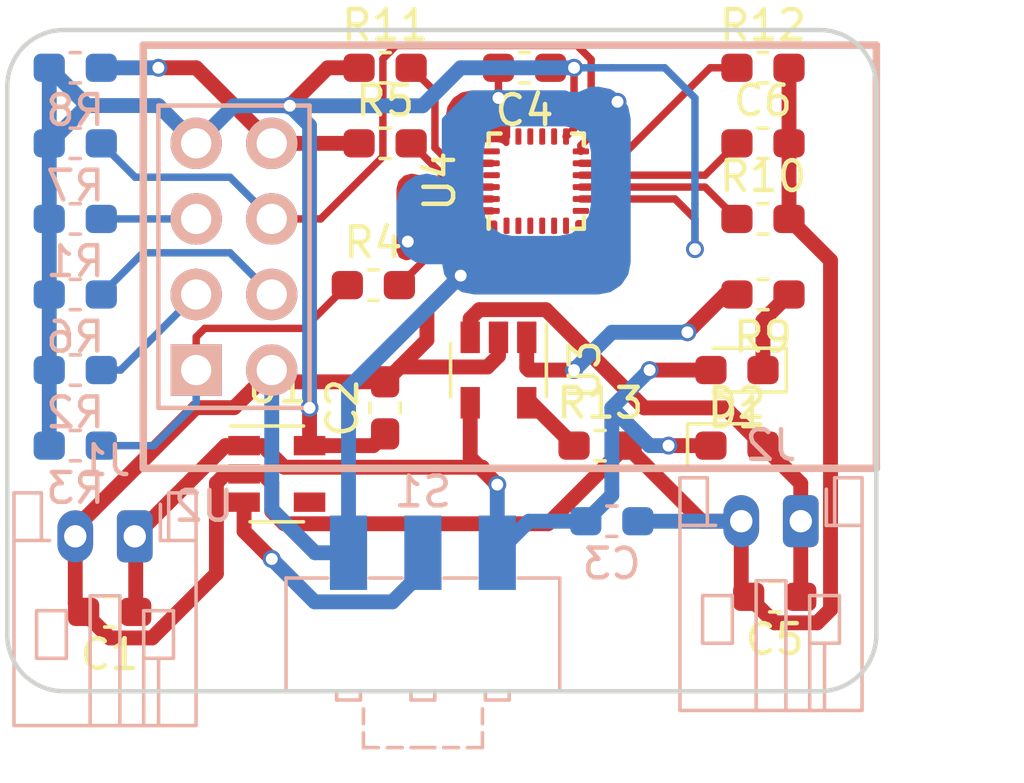
<source format=kicad_pcb>
(kicad_pcb (version 20171130) (host pcbnew "(5.0.1-3-g963ef8bb5)")

  (general
    (thickness 1.6)
    (drawings 8)
    (tracks 218)
    (zones 0)
    (modules 28)
    (nets 25)
  )

  (page A4)
  (layers
    (0 F.Cu signal)
    (31 B.Cu signal)
    (32 B.Adhes user)
    (33 F.Adhes user)
    (34 B.Paste user)
    (35 F.Paste user)
    (36 B.SilkS user)
    (37 F.SilkS user)
    (38 B.Mask user)
    (39 F.Mask user)
    (40 Dwgs.User user)
    (41 Cmts.User user)
    (42 Eco1.User user)
    (43 Eco2.User user)
    (44 Edge.Cuts user)
    (45 Margin user)
    (46 B.CrtYd user)
    (47 F.CrtYd user)
    (48 B.Fab user)
    (49 F.Fab user)
  )

  (setup
    (last_trace_width 0.5)
    (user_trace_width 0.25)
    (user_trace_width 0.3)
    (user_trace_width 0.4)
    (user_trace_width 0.5)
    (trace_clearance 0.15)
    (zone_clearance 0.2)
    (zone_45_only yes)
    (trace_min 0.2)
    (segment_width 0.2)
    (edge_width 0.15)
    (via_size 0.6)
    (via_drill 0.4)
    (via_min_size 0.4)
    (via_min_drill 0.3)
    (uvia_size 0.3)
    (uvia_drill 0.1)
    (uvias_allowed no)
    (uvia_min_size 0.2)
    (uvia_min_drill 0.1)
    (pcb_text_width 0.3)
    (pcb_text_size 1.5 1.5)
    (mod_edge_width 0.15)
    (mod_text_size 1 1)
    (mod_text_width 0.15)
    (pad_size 1.06 0.65)
    (pad_drill 0)
    (pad_to_mask_clearance 0.051)
    (solder_mask_min_width 0.25)
    (aux_axis_origin 0 0)
    (visible_elements FFFFFF7F)
    (pcbplotparams
      (layerselection 0x010fc_ffffffff)
      (usegerberextensions false)
      (usegerberattributes false)
      (usegerberadvancedattributes false)
      (creategerberjobfile false)
      (excludeedgelayer true)
      (linewidth 0.100000)
      (plotframeref false)
      (viasonmask false)
      (mode 1)
      (useauxorigin false)
      (hpglpennumber 1)
      (hpglpenspeed 20)
      (hpglpendiameter 15.000000)
      (psnegative false)
      (psa4output false)
      (plotreference true)
      (plotvalue true)
      (plotinvisibletext false)
      (padsonsilk false)
      (subtractmaskfromsilk false)
      (outputformat 1)
      (mirror false)
      (drillshape 0)
      (scaleselection 1)
      (outputdirectory "../../../../../Users/zhaoyuhui/Desktop/esp8266_mpu9250/"))
  )

  (net 0 "")
  (net 1 GND)
  (net 2 VIN)
  (net 3 +3V3)
  (net 4 "Net-(C5-Pad1)")
  (net 5 "Net-(C6-Pad1)")
  (net 6 "Net-(D1-Pad1)")
  (net 7 "Net-(R1-Pad2)")
  (net 8 "Net-(R2-Pad2)")
  (net 9 "Net-(R3-Pad2)")
  (net 10 SDA)
  (net 11 "Net-(R5-Pad1)")
  (net 12 SCL)
  (net 13 "Net-(R6-Pad2)")
  (net 14 INT)
  (net 15 "Net-(R9-Pad2)")
  (net 16 "Net-(R10-Pad1)")
  (net 17 "Net-(R11-Pad2)")
  (net 18 "Net-(R12-Pad1)")
  (net 19 "Net-(R13-Pad1)")
  (net 20 "Net-(U1-Pad4)")
  (net 21 "Net-(S1-Pad2)")
  (net 22 "Net-(U4-Pad1)")
  (net 23 "Net-(U4-Pad7)")
  (net 24 "Net-(U4-Pad21)")

  (net_class Default "This is the default net class."
    (clearance 0.15)
    (trace_width 0.25)
    (via_dia 0.6)
    (via_drill 0.4)
    (uvia_dia 0.3)
    (uvia_drill 0.1)
    (add_net +3V3)
    (add_net GND)
    (add_net INT)
    (add_net "Net-(C5-Pad1)")
    (add_net "Net-(C6-Pad1)")
    (add_net "Net-(D1-Pad1)")
    (add_net "Net-(R1-Pad2)")
    (add_net "Net-(R10-Pad1)")
    (add_net "Net-(R11-Pad2)")
    (add_net "Net-(R12-Pad1)")
    (add_net "Net-(R13-Pad1)")
    (add_net "Net-(R2-Pad2)")
    (add_net "Net-(R3-Pad2)")
    (add_net "Net-(R5-Pad1)")
    (add_net "Net-(R6-Pad2)")
    (add_net "Net-(R9-Pad2)")
    (add_net "Net-(S1-Pad2)")
    (add_net "Net-(U1-Pad4)")
    (add_net "Net-(U4-Pad1)")
    (add_net "Net-(U4-Pad21)")
    (add_net "Net-(U4-Pad7)")
    (add_net SCL)
    (add_net SDA)
    (add_net VIN)
  )

  (net_class Power ""
    (clearance 0.2)
    (trace_width 0.5)
    (via_dia 0.6)
    (via_drill 0.4)
    (uvia_dia 0.3)
    (uvia_drill 0.1)
  )

  (module Connector_JST:JST_PH_S2B-PH-K_1x02_P2.00mm_Horizontal (layer B.Cu) (tedit 5B7745C6) (tstamp 5C071967)
    (at 43.656 33.528 180)
    (descr "JST PH series connector, S2B-PH-K (http://www.jst-mfg.com/product/pdf/eng/ePH.pdf), generated with kicad-footprint-generator")
    (tags "connector JST PH top entry")
    (path /5C086814)
    (fp_text reference J1 (at 1 2.55 180) (layer B.SilkS)
      (effects (font (size 1 1) (thickness 0.15)) (justify mirror))
    )
    (fp_text value CONN_02 (at 1 -7.45 180) (layer B.Fab)
      (effects (font (size 1 1) (thickness 0.15)) (justify mirror))
    )
    (fp_text user %R (at 1 -2.5 180) (layer B.Fab)
      (effects (font (size 1 1) (thickness 0.15)) (justify mirror))
    )
    (fp_line (start 0.5 -1.375) (end 0 -0.875) (layer B.Fab) (width 0.1))
    (fp_line (start -0.5 -1.375) (end 0.5 -1.375) (layer B.Fab) (width 0.1))
    (fp_line (start 0 -0.875) (end -0.5 -1.375) (layer B.Fab) (width 0.1))
    (fp_line (start -0.86 -0.14) (end -0.86 1.075) (layer B.SilkS) (width 0.12))
    (fp_line (start 3.25 -0.25) (end -1.25 -0.25) (layer B.Fab) (width 0.1))
    (fp_line (start 3.25 1.35) (end 3.25 -0.25) (layer B.Fab) (width 0.1))
    (fp_line (start 3.95 1.35) (end 3.25 1.35) (layer B.Fab) (width 0.1))
    (fp_line (start 3.95 -6.25) (end 3.95 1.35) (layer B.Fab) (width 0.1))
    (fp_line (start -1.95 -6.25) (end 3.95 -6.25) (layer B.Fab) (width 0.1))
    (fp_line (start -1.95 1.35) (end -1.95 -6.25) (layer B.Fab) (width 0.1))
    (fp_line (start -1.25 1.35) (end -1.95 1.35) (layer B.Fab) (width 0.1))
    (fp_line (start -1.25 -0.25) (end -1.25 1.35) (layer B.Fab) (width 0.1))
    (fp_line (start 4.45 1.85) (end -2.45 1.85) (layer B.CrtYd) (width 0.05))
    (fp_line (start 4.45 -6.75) (end 4.45 1.85) (layer B.CrtYd) (width 0.05))
    (fp_line (start -2.45 -6.75) (end 4.45 -6.75) (layer B.CrtYd) (width 0.05))
    (fp_line (start -2.45 1.85) (end -2.45 -6.75) (layer B.CrtYd) (width 0.05))
    (fp_line (start -0.8 -4.1) (end -0.8 -6.36) (layer B.SilkS) (width 0.12))
    (fp_line (start -0.3 -4.1) (end -0.3 -6.36) (layer B.SilkS) (width 0.12))
    (fp_line (start 2.3 -2.5) (end 3.3 -2.5) (layer B.SilkS) (width 0.12))
    (fp_line (start 2.3 -4.1) (end 2.3 -2.5) (layer B.SilkS) (width 0.12))
    (fp_line (start 3.3 -4.1) (end 2.3 -4.1) (layer B.SilkS) (width 0.12))
    (fp_line (start 3.3 -2.5) (end 3.3 -4.1) (layer B.SilkS) (width 0.12))
    (fp_line (start -0.3 -2.5) (end -1.3 -2.5) (layer B.SilkS) (width 0.12))
    (fp_line (start -0.3 -4.1) (end -0.3 -2.5) (layer B.SilkS) (width 0.12))
    (fp_line (start -1.3 -4.1) (end -0.3 -4.1) (layer B.SilkS) (width 0.12))
    (fp_line (start -1.3 -2.5) (end -1.3 -4.1) (layer B.SilkS) (width 0.12))
    (fp_line (start 4.06 -0.14) (end 3.14 -0.14) (layer B.SilkS) (width 0.12))
    (fp_line (start -2.06 -0.14) (end -1.14 -0.14) (layer B.SilkS) (width 0.12))
    (fp_line (start 1.5 -2) (end 1.5 -6.36) (layer B.SilkS) (width 0.12))
    (fp_line (start 0.5 -2) (end 1.5 -2) (layer B.SilkS) (width 0.12))
    (fp_line (start 0.5 -6.36) (end 0.5 -2) (layer B.SilkS) (width 0.12))
    (fp_line (start 3.14 -0.14) (end 2.86 -0.14) (layer B.SilkS) (width 0.12))
    (fp_line (start 3.14 1.46) (end 3.14 -0.14) (layer B.SilkS) (width 0.12))
    (fp_line (start 4.06 1.46) (end 3.14 1.46) (layer B.SilkS) (width 0.12))
    (fp_line (start 4.06 -6.36) (end 4.06 1.46) (layer B.SilkS) (width 0.12))
    (fp_line (start -2.06 -6.36) (end 4.06 -6.36) (layer B.SilkS) (width 0.12))
    (fp_line (start -2.06 1.46) (end -2.06 -6.36) (layer B.SilkS) (width 0.12))
    (fp_line (start -1.14 1.46) (end -2.06 1.46) (layer B.SilkS) (width 0.12))
    (fp_line (start -1.14 -0.14) (end -1.14 1.46) (layer B.SilkS) (width 0.12))
    (fp_line (start -0.86 -0.14) (end -1.14 -0.14) (layer B.SilkS) (width 0.12))
    (pad 2 thru_hole oval (at 2 0 180) (size 1.2 1.75) (drill 0.75) (layers *.Cu *.Mask)
      (net 1 GND))
    (pad 1 thru_hole roundrect (at 0 0 180) (size 1.2 1.75) (drill 0.75) (layers *.Cu *.Mask) (roundrect_rratio 0.208333)
      (net 2 VIN))
    (model ${KISYS3DMOD}/Connector_JST.3dshapes/JST_PH_S2B-PH-K_1x02_P2.00mm_Horizontal.wrl
      (at (xyz 0 0 0))
      (scale (xyz 1 1 1))
      (rotate (xyz 0 0 0))
    )
  )

  (module Connector_JST:JST_PH_S2B-PH-K_1x02_P2.00mm_Horizontal (layer B.Cu) (tedit 5B7745C6) (tstamp 5C071982)
    (at 66.04 33.02 180)
    (descr "JST PH series connector, S2B-PH-K (http://www.jst-mfg.com/product/pdf/eng/ePH.pdf), generated with kicad-footprint-generator")
    (tags "connector JST PH top entry")
    (path /5C07A6F6)
    (fp_text reference J2 (at 1 2.55 180) (layer B.SilkS)
      (effects (font (size 1 1) (thickness 0.15)) (justify mirror))
    )
    (fp_text value CONN_02 (at 1 -7.45 180) (layer B.Fab)
      (effects (font (size 1 1) (thickness 0.15)) (justify mirror))
    )
    (fp_text user %R (at 1 -2.5 180) (layer B.Fab)
      (effects (font (size 1 1) (thickness 0.15)) (justify mirror))
    )
    (fp_line (start 0.5 -1.375) (end 0 -0.875) (layer B.Fab) (width 0.1))
    (fp_line (start -0.5 -1.375) (end 0.5 -1.375) (layer B.Fab) (width 0.1))
    (fp_line (start 0 -0.875) (end -0.5 -1.375) (layer B.Fab) (width 0.1))
    (fp_line (start -0.86 -0.14) (end -0.86 1.075) (layer B.SilkS) (width 0.12))
    (fp_line (start 3.25 -0.25) (end -1.25 -0.25) (layer B.Fab) (width 0.1))
    (fp_line (start 3.25 1.35) (end 3.25 -0.25) (layer B.Fab) (width 0.1))
    (fp_line (start 3.95 1.35) (end 3.25 1.35) (layer B.Fab) (width 0.1))
    (fp_line (start 3.95 -6.25) (end 3.95 1.35) (layer B.Fab) (width 0.1))
    (fp_line (start -1.95 -6.25) (end 3.95 -6.25) (layer B.Fab) (width 0.1))
    (fp_line (start -1.95 1.35) (end -1.95 -6.25) (layer B.Fab) (width 0.1))
    (fp_line (start -1.25 1.35) (end -1.95 1.35) (layer B.Fab) (width 0.1))
    (fp_line (start -1.25 -0.25) (end -1.25 1.35) (layer B.Fab) (width 0.1))
    (fp_line (start 4.45 1.85) (end -2.45 1.85) (layer B.CrtYd) (width 0.05))
    (fp_line (start 4.45 -6.75) (end 4.45 1.85) (layer B.CrtYd) (width 0.05))
    (fp_line (start -2.45 -6.75) (end 4.45 -6.75) (layer B.CrtYd) (width 0.05))
    (fp_line (start -2.45 1.85) (end -2.45 -6.75) (layer B.CrtYd) (width 0.05))
    (fp_line (start -0.8 -4.1) (end -0.8 -6.36) (layer B.SilkS) (width 0.12))
    (fp_line (start -0.3 -4.1) (end -0.3 -6.36) (layer B.SilkS) (width 0.12))
    (fp_line (start 2.3 -2.5) (end 3.3 -2.5) (layer B.SilkS) (width 0.12))
    (fp_line (start 2.3 -4.1) (end 2.3 -2.5) (layer B.SilkS) (width 0.12))
    (fp_line (start 3.3 -4.1) (end 2.3 -4.1) (layer B.SilkS) (width 0.12))
    (fp_line (start 3.3 -2.5) (end 3.3 -4.1) (layer B.SilkS) (width 0.12))
    (fp_line (start -0.3 -2.5) (end -1.3 -2.5) (layer B.SilkS) (width 0.12))
    (fp_line (start -0.3 -4.1) (end -0.3 -2.5) (layer B.SilkS) (width 0.12))
    (fp_line (start -1.3 -4.1) (end -0.3 -4.1) (layer B.SilkS) (width 0.12))
    (fp_line (start -1.3 -2.5) (end -1.3 -4.1) (layer B.SilkS) (width 0.12))
    (fp_line (start 4.06 -0.14) (end 3.14 -0.14) (layer B.SilkS) (width 0.12))
    (fp_line (start -2.06 -0.14) (end -1.14 -0.14) (layer B.SilkS) (width 0.12))
    (fp_line (start 1.5 -2) (end 1.5 -6.36) (layer B.SilkS) (width 0.12))
    (fp_line (start 0.5 -2) (end 1.5 -2) (layer B.SilkS) (width 0.12))
    (fp_line (start 0.5 -6.36) (end 0.5 -2) (layer B.SilkS) (width 0.12))
    (fp_line (start 3.14 -0.14) (end 2.86 -0.14) (layer B.SilkS) (width 0.12))
    (fp_line (start 3.14 1.46) (end 3.14 -0.14) (layer B.SilkS) (width 0.12))
    (fp_line (start 4.06 1.46) (end 3.14 1.46) (layer B.SilkS) (width 0.12))
    (fp_line (start 4.06 -6.36) (end 4.06 1.46) (layer B.SilkS) (width 0.12))
    (fp_line (start -2.06 -6.36) (end 4.06 -6.36) (layer B.SilkS) (width 0.12))
    (fp_line (start -2.06 1.46) (end -2.06 -6.36) (layer B.SilkS) (width 0.12))
    (fp_line (start -1.14 1.46) (end -2.06 1.46) (layer B.SilkS) (width 0.12))
    (fp_line (start -1.14 -0.14) (end -1.14 1.46) (layer B.SilkS) (width 0.12))
    (fp_line (start -0.86 -0.14) (end -1.14 -0.14) (layer B.SilkS) (width 0.12))
    (pad 2 thru_hole oval (at 2 0 180) (size 1.2 1.75) (drill 0.75) (layers *.Cu *.Mask)
      (net 1 GND))
    (pad 1 thru_hole roundrect (at 0 0 180) (size 1.2 1.75) (drill 0.75) (layers *.Cu *.Mask) (roundrect_rratio 0.208333)
      (net 4 "Net-(C5-Pad1)"))
    (model ${KISYS3DMOD}/Connector_JST.3dshapes/JST_PH_S2B-PH-K_1x02_P2.00mm_Horizontal.wrl
      (at (xyz 0 0 0))
      (scale (xyz 1 1 1))
      (rotate (xyz 0 0 0))
    )
  )

  (module ESP8266:ESP-01 (layer B.Cu) (tedit 577EF889) (tstamp 5C071AED)
    (at 45.72 27.94)
    (descr "Module, ESP-8266, ESP-01, 8 pin")
    (tags "Module ESP-8266 ESP8266")
    (path /5C06026C)
    (fp_text reference U2 (at 0.254 4.572) (layer B.SilkS)
      (effects (font (size 1 1) (thickness 0.15)) (justify mirror))
    )
    (fp_text value ESP-01v090 (at 12.192 -3.556) (layer B.Fab)
      (effects (font (size 1 1) (thickness 0.15)) (justify mirror))
    )
    (fp_line (start -1.778 3.302) (end 22.86 3.302) (layer B.SilkS) (width 0.254))
    (fp_line (start 22.86 3.302) (end 22.86 -10.922) (layer B.SilkS) (width 0.254))
    (fp_line (start 22.86 -10.922) (end -1.778 -10.922) (layer B.SilkS) (width 0.254))
    (fp_line (start -1.778 -10.922) (end -1.778 3.302) (layer B.SilkS) (width 0.254))
    (fp_line (start -1.778 3.302) (end 22.86 3.302) (layer B.Fab) (width 0.05))
    (fp_line (start 22.86 3.302) (end 22.86 -10.922) (layer B.Fab) (width 0.05))
    (fp_line (start 22.86 -10.922) (end -1.778 -10.922) (layer B.Fab) (width 0.05))
    (fp_line (start -1.778 -10.922) (end -1.778 3.302) (layer B.Fab) (width 0.05))
    (fp_line (start 1.27 1.27) (end -1.27 1.27) (layer B.SilkS) (width 0.1524))
    (fp_line (start -1.27 1.27) (end -1.27 -1.27) (layer B.SilkS) (width 0.1524))
    (fp_line (start -1.75 1.75) (end -1.75 -9.4) (layer B.CrtYd) (width 0.05))
    (fp_line (start 4.3 1.75) (end 4.3 -9.4) (layer B.CrtYd) (width 0.05))
    (fp_line (start -1.75 1.75) (end 4.3 1.75) (layer B.CrtYd) (width 0.05))
    (fp_line (start -1.75 -9.4) (end 4.3 -9.4) (layer B.CrtYd) (width 0.05))
    (fp_line (start -1.27 -1.27) (end -1.27 -8.89) (layer B.SilkS) (width 0.1524))
    (fp_line (start -1.27 -8.89) (end 3.81 -8.89) (layer B.SilkS) (width 0.1524))
    (fp_line (start 3.81 -8.89) (end 3.81 1.27) (layer B.SilkS) (width 0.1524))
    (fp_line (start 3.81 1.27) (end 1.27 1.27) (layer B.SilkS) (width 0.1524))
    (pad 1 thru_hole rect (at 0 0) (size 1.7272 1.7272) (drill 1.016) (layers *.Cu *.Mask B.SilkS)
      (net 9 "Net-(R3-Pad2)"))
    (pad 2 thru_hole oval (at 2.54 0) (size 1.7272 1.7272) (drill 1.016) (layers *.Cu *.Mask B.SilkS)
      (net 1 GND))
    (pad 3 thru_hole oval (at 0 -2.54) (size 1.7272 1.7272) (drill 1.016) (layers *.Cu *.Mask B.SilkS)
      (net 8 "Net-(R2-Pad2)"))
    (pad 4 thru_hole oval (at 2.54 -2.54) (size 1.7272 1.7272) (drill 1.016) (layers *.Cu *.Mask B.SilkS)
      (net 13 "Net-(R6-Pad2)"))
    (pad 5 thru_hole oval (at 0 -5.08) (size 1.7272 1.7272) (drill 1.016) (layers *.Cu *.Mask B.SilkS)
      (net 7 "Net-(R1-Pad2)"))
    (pad 6 thru_hole oval (at 2.54 -5.08) (size 1.7272 1.7272) (drill 1.016) (layers *.Cu *.Mask B.SilkS)
      (net 14 INT))
    (pad 7 thru_hole oval (at 0 -7.62) (size 1.7272 1.7272) (drill 1.016) (layers *.Cu *.Mask B.SilkS)
      (net 3 +3V3))
    (pad 8 thru_hole oval (at 2.54 -7.62) (size 1.7272 1.7272) (drill 1.016) (layers *.Cu *.Mask B.SilkS)
      (net 11 "Net-(R5-Pad1)"))
  )

  (module Capacitor_SMD:C_0603_1608Metric_Pad1.05x0.95mm_HandSolder (layer F.Cu) (tedit 5B301BBE) (tstamp 5C0718D1)
    (at 42.813 36.068 180)
    (descr "Capacitor SMD 0603 (1608 Metric), square (rectangular) end terminal, IPC_7351 nominal with elongated pad for handsoldering. (Body size source: http://www.tortai-tech.com/upload/download/2011102023233369053.pdf), generated with kicad-footprint-generator")
    (tags "capacitor handsolder")
    (path /5C060A73)
    (attr smd)
    (fp_text reference C1 (at 0 -1.43 180) (layer F.SilkS)
      (effects (font (size 1 1) (thickness 0.15)))
    )
    (fp_text value C (at 0 1.43 180) (layer F.Fab)
      (effects (font (size 1 1) (thickness 0.15)))
    )
    (fp_line (start -0.8 0.4) (end -0.8 -0.4) (layer F.Fab) (width 0.1))
    (fp_line (start -0.8 -0.4) (end 0.8 -0.4) (layer F.Fab) (width 0.1))
    (fp_line (start 0.8 -0.4) (end 0.8 0.4) (layer F.Fab) (width 0.1))
    (fp_line (start 0.8 0.4) (end -0.8 0.4) (layer F.Fab) (width 0.1))
    (fp_line (start -0.171267 -0.51) (end 0.171267 -0.51) (layer F.SilkS) (width 0.12))
    (fp_line (start -0.171267 0.51) (end 0.171267 0.51) (layer F.SilkS) (width 0.12))
    (fp_line (start -1.65 0.73) (end -1.65 -0.73) (layer F.CrtYd) (width 0.05))
    (fp_line (start -1.65 -0.73) (end 1.65 -0.73) (layer F.CrtYd) (width 0.05))
    (fp_line (start 1.65 -0.73) (end 1.65 0.73) (layer F.CrtYd) (width 0.05))
    (fp_line (start 1.65 0.73) (end -1.65 0.73) (layer F.CrtYd) (width 0.05))
    (fp_text user %R (at 0 0 180) (layer F.Fab)
      (effects (font (size 0.4 0.4) (thickness 0.06)))
    )
    (pad 1 smd roundrect (at -0.875 0 180) (size 1.05 0.95) (layers F.Cu F.Paste F.Mask) (roundrect_rratio 0.25)
      (net 2 VIN))
    (pad 2 smd roundrect (at 0.875 0 180) (size 1.05 0.95) (layers F.Cu F.Paste F.Mask) (roundrect_rratio 0.25)
      (net 1 GND))
    (model ${KISYS3DMOD}/Capacitor_SMD.3dshapes/C_0603_1608Metric.wrl
      (at (xyz 0 0 0))
      (scale (xyz 1 1 1))
      (rotate (xyz 0 0 0))
    )
  )

  (module Capacitor_SMD:C_0603_1608Metric_Pad1.05x0.95mm_HandSolder (layer F.Cu) (tedit 5B301BBE) (tstamp 5C0718E2)
    (at 52.07 29.21 90)
    (descr "Capacitor SMD 0603 (1608 Metric), square (rectangular) end terminal, IPC_7351 nominal with elongated pad for handsoldering. (Body size source: http://www.tortai-tech.com/upload/download/2011102023233369053.pdf), generated with kicad-footprint-generator")
    (tags "capacitor handsolder")
    (path /5C078E40)
    (attr smd)
    (fp_text reference C2 (at 0 -1.43 90) (layer F.SilkS)
      (effects (font (size 1 1) (thickness 0.15)))
    )
    (fp_text value C (at 0 1.43 90) (layer F.Fab)
      (effects (font (size 1 1) (thickness 0.15)))
    )
    (fp_text user %R (at 0 0 90) (layer F.Fab)
      (effects (font (size 0.4 0.4) (thickness 0.06)))
    )
    (fp_line (start 1.65 0.73) (end -1.65 0.73) (layer F.CrtYd) (width 0.05))
    (fp_line (start 1.65 -0.73) (end 1.65 0.73) (layer F.CrtYd) (width 0.05))
    (fp_line (start -1.65 -0.73) (end 1.65 -0.73) (layer F.CrtYd) (width 0.05))
    (fp_line (start -1.65 0.73) (end -1.65 -0.73) (layer F.CrtYd) (width 0.05))
    (fp_line (start -0.171267 0.51) (end 0.171267 0.51) (layer F.SilkS) (width 0.12))
    (fp_line (start -0.171267 -0.51) (end 0.171267 -0.51) (layer F.SilkS) (width 0.12))
    (fp_line (start 0.8 0.4) (end -0.8 0.4) (layer F.Fab) (width 0.1))
    (fp_line (start 0.8 -0.4) (end 0.8 0.4) (layer F.Fab) (width 0.1))
    (fp_line (start -0.8 -0.4) (end 0.8 -0.4) (layer F.Fab) (width 0.1))
    (fp_line (start -0.8 0.4) (end -0.8 -0.4) (layer F.Fab) (width 0.1))
    (pad 2 smd roundrect (at 0.875 0 90) (size 1.05 0.95) (layers F.Cu F.Paste F.Mask) (roundrect_rratio 0.25)
      (net 1 GND))
    (pad 1 smd roundrect (at -0.875 0 90) (size 1.05 0.95) (layers F.Cu F.Paste F.Mask) (roundrect_rratio 0.25)
      (net 3 +3V3))
    (model ${KISYS3DMOD}/Capacitor_SMD.3dshapes/C_0603_1608Metric.wrl
      (at (xyz 0 0 0))
      (scale (xyz 1 1 1))
      (rotate (xyz 0 0 0))
    )
  )

  (module Capacitor_SMD:C_0603_1608Metric_Pad1.05x0.95mm_HandSolder (layer B.Cu) (tedit 5B301BBE) (tstamp 5C0718F3)
    (at 59.69 33.02)
    (descr "Capacitor SMD 0603 (1608 Metric), square (rectangular) end terminal, IPC_7351 nominal with elongated pad for handsoldering. (Body size source: http://www.tortai-tech.com/upload/download/2011102023233369053.pdf), generated with kicad-footprint-generator")
    (tags "capacitor handsolder")
    (path /5C07B673)
    (attr smd)
    (fp_text reference C3 (at 0 1.43) (layer B.SilkS)
      (effects (font (size 1 1) (thickness 0.15)) (justify mirror))
    )
    (fp_text value C (at 0 -1.43) (layer B.Fab)
      (effects (font (size 1 1) (thickness 0.15)) (justify mirror))
    )
    (fp_line (start -0.8 -0.4) (end -0.8 0.4) (layer B.Fab) (width 0.1))
    (fp_line (start -0.8 0.4) (end 0.8 0.4) (layer B.Fab) (width 0.1))
    (fp_line (start 0.8 0.4) (end 0.8 -0.4) (layer B.Fab) (width 0.1))
    (fp_line (start 0.8 -0.4) (end -0.8 -0.4) (layer B.Fab) (width 0.1))
    (fp_line (start -0.171267 0.51) (end 0.171267 0.51) (layer B.SilkS) (width 0.12))
    (fp_line (start -0.171267 -0.51) (end 0.171267 -0.51) (layer B.SilkS) (width 0.12))
    (fp_line (start -1.65 -0.73) (end -1.65 0.73) (layer B.CrtYd) (width 0.05))
    (fp_line (start -1.65 0.73) (end 1.65 0.73) (layer B.CrtYd) (width 0.05))
    (fp_line (start 1.65 0.73) (end 1.65 -0.73) (layer B.CrtYd) (width 0.05))
    (fp_line (start 1.65 -0.73) (end -1.65 -0.73) (layer B.CrtYd) (width 0.05))
    (fp_text user %R (at 0 0) (layer B.Fab)
      (effects (font (size 0.4 0.4) (thickness 0.06)) (justify mirror))
    )
    (pad 1 smd roundrect (at -0.875 0) (size 1.05 0.95) (layers B.Cu B.Paste B.Mask) (roundrect_rratio 0.25)
      (net 2 VIN))
    (pad 2 smd roundrect (at 0.875 0) (size 1.05 0.95) (layers B.Cu B.Paste B.Mask) (roundrect_rratio 0.25)
      (net 1 GND))
    (model ${KISYS3DMOD}/Capacitor_SMD.3dshapes/C_0603_1608Metric.wrl
      (at (xyz 0 0 0))
      (scale (xyz 1 1 1))
      (rotate (xyz 0 0 0))
    )
  )

  (module Capacitor_SMD:C_0603_1608Metric_Pad1.05x0.95mm_HandSolder (layer F.Cu) (tedit 5B301BBE) (tstamp 5C071904)
    (at 56.755 17.78 180)
    (descr "Capacitor SMD 0603 (1608 Metric), square (rectangular) end terminal, IPC_7351 nominal with elongated pad for handsoldering. (Body size source: http://www.tortai-tech.com/upload/download/2011102023233369053.pdf), generated with kicad-footprint-generator")
    (tags "capacitor handsolder")
    (path /5C10F786)
    (attr smd)
    (fp_text reference C4 (at 0 -1.43 180) (layer F.SilkS)
      (effects (font (size 1 1) (thickness 0.15)))
    )
    (fp_text value C (at 0 1.43 180) (layer F.Fab)
      (effects (font (size 1 1) (thickness 0.15)))
    )
    (fp_line (start -0.8 0.4) (end -0.8 -0.4) (layer F.Fab) (width 0.1))
    (fp_line (start -0.8 -0.4) (end 0.8 -0.4) (layer F.Fab) (width 0.1))
    (fp_line (start 0.8 -0.4) (end 0.8 0.4) (layer F.Fab) (width 0.1))
    (fp_line (start 0.8 0.4) (end -0.8 0.4) (layer F.Fab) (width 0.1))
    (fp_line (start -0.171267 -0.51) (end 0.171267 -0.51) (layer F.SilkS) (width 0.12))
    (fp_line (start -0.171267 0.51) (end 0.171267 0.51) (layer F.SilkS) (width 0.12))
    (fp_line (start -1.65 0.73) (end -1.65 -0.73) (layer F.CrtYd) (width 0.05))
    (fp_line (start -1.65 -0.73) (end 1.65 -0.73) (layer F.CrtYd) (width 0.05))
    (fp_line (start 1.65 -0.73) (end 1.65 0.73) (layer F.CrtYd) (width 0.05))
    (fp_line (start 1.65 0.73) (end -1.65 0.73) (layer F.CrtYd) (width 0.05))
    (fp_text user %R (at 0 0 180) (layer F.Fab)
      (effects (font (size 0.4 0.4) (thickness 0.06)))
    )
    (pad 1 smd roundrect (at -0.875 0 180) (size 1.05 0.95) (layers F.Cu F.Paste F.Mask) (roundrect_rratio 0.25)
      (net 3 +3V3))
    (pad 2 smd roundrect (at 0.875 0 180) (size 1.05 0.95) (layers F.Cu F.Paste F.Mask) (roundrect_rratio 0.25)
      (net 1 GND))
    (model ${KISYS3DMOD}/Capacitor_SMD.3dshapes/C_0603_1608Metric.wrl
      (at (xyz 0 0 0))
      (scale (xyz 1 1 1))
      (rotate (xyz 0 0 0))
    )
  )

  (module Capacitor_SMD:C_0603_1608Metric_Pad1.05x0.95mm_HandSolder (layer F.Cu) (tedit 5B301BBE) (tstamp 5C071915)
    (at 65.165 35.56 180)
    (descr "Capacitor SMD 0603 (1608 Metric), square (rectangular) end terminal, IPC_7351 nominal with elongated pad for handsoldering. (Body size source: http://www.tortai-tech.com/upload/download/2011102023233369053.pdf), generated with kicad-footprint-generator")
    (tags "capacitor handsolder")
    (path /5C07DB62)
    (attr smd)
    (fp_text reference C5 (at 0 -1.43 180) (layer F.SilkS)
      (effects (font (size 1 1) (thickness 0.15)))
    )
    (fp_text value C (at 0 1.43 180) (layer F.Fab)
      (effects (font (size 1 1) (thickness 0.15)))
    )
    (fp_text user %R (at 0 0 180) (layer F.Fab)
      (effects (font (size 0.4 0.4) (thickness 0.06)))
    )
    (fp_line (start 1.65 0.73) (end -1.65 0.73) (layer F.CrtYd) (width 0.05))
    (fp_line (start 1.65 -0.73) (end 1.65 0.73) (layer F.CrtYd) (width 0.05))
    (fp_line (start -1.65 -0.73) (end 1.65 -0.73) (layer F.CrtYd) (width 0.05))
    (fp_line (start -1.65 0.73) (end -1.65 -0.73) (layer F.CrtYd) (width 0.05))
    (fp_line (start -0.171267 0.51) (end 0.171267 0.51) (layer F.SilkS) (width 0.12))
    (fp_line (start -0.171267 -0.51) (end 0.171267 -0.51) (layer F.SilkS) (width 0.12))
    (fp_line (start 0.8 0.4) (end -0.8 0.4) (layer F.Fab) (width 0.1))
    (fp_line (start 0.8 -0.4) (end 0.8 0.4) (layer F.Fab) (width 0.1))
    (fp_line (start -0.8 -0.4) (end 0.8 -0.4) (layer F.Fab) (width 0.1))
    (fp_line (start -0.8 0.4) (end -0.8 -0.4) (layer F.Fab) (width 0.1))
    (pad 2 smd roundrect (at 0.875 0 180) (size 1.05 0.95) (layers F.Cu F.Paste F.Mask) (roundrect_rratio 0.25)
      (net 1 GND))
    (pad 1 smd roundrect (at -0.875 0 180) (size 1.05 0.95) (layers F.Cu F.Paste F.Mask) (roundrect_rratio 0.25)
      (net 4 "Net-(C5-Pad1)"))
    (model ${KISYS3DMOD}/Capacitor_SMD.3dshapes/C_0603_1608Metric.wrl
      (at (xyz 0 0 0))
      (scale (xyz 1 1 1))
      (rotate (xyz 0 0 0))
    )
  )

  (module Capacitor_SMD:C_0603_1608Metric_Pad1.05x0.95mm_HandSolder (layer F.Cu) (tedit 5B301BBE) (tstamp 5C071926)
    (at 64.77 20.32)
    (descr "Capacitor SMD 0603 (1608 Metric), square (rectangular) end terminal, IPC_7351 nominal with elongated pad for handsoldering. (Body size source: http://www.tortai-tech.com/upload/download/2011102023233369053.pdf), generated with kicad-footprint-generator")
    (tags "capacitor handsolder")
    (path /5C11BB54)
    (attr smd)
    (fp_text reference C6 (at 0 -1.43) (layer F.SilkS)
      (effects (font (size 1 1) (thickness 0.15)))
    )
    (fp_text value C (at 0 1.43) (layer F.Fab)
      (effects (font (size 1 1) (thickness 0.15)))
    )
    (fp_text user %R (at 0 0) (layer F.Fab)
      (effects (font (size 0.4 0.4) (thickness 0.06)))
    )
    (fp_line (start 1.65 0.73) (end -1.65 0.73) (layer F.CrtYd) (width 0.05))
    (fp_line (start 1.65 -0.73) (end 1.65 0.73) (layer F.CrtYd) (width 0.05))
    (fp_line (start -1.65 -0.73) (end 1.65 -0.73) (layer F.CrtYd) (width 0.05))
    (fp_line (start -1.65 0.73) (end -1.65 -0.73) (layer F.CrtYd) (width 0.05))
    (fp_line (start -0.171267 0.51) (end 0.171267 0.51) (layer F.SilkS) (width 0.12))
    (fp_line (start -0.171267 -0.51) (end 0.171267 -0.51) (layer F.SilkS) (width 0.12))
    (fp_line (start 0.8 0.4) (end -0.8 0.4) (layer F.Fab) (width 0.1))
    (fp_line (start 0.8 -0.4) (end 0.8 0.4) (layer F.Fab) (width 0.1))
    (fp_line (start -0.8 -0.4) (end 0.8 -0.4) (layer F.Fab) (width 0.1))
    (fp_line (start -0.8 0.4) (end -0.8 -0.4) (layer F.Fab) (width 0.1))
    (pad 2 smd roundrect (at 0.875 0) (size 1.05 0.95) (layers F.Cu F.Paste F.Mask) (roundrect_rratio 0.25)
      (net 1 GND))
    (pad 1 smd roundrect (at -0.875 0) (size 1.05 0.95) (layers F.Cu F.Paste F.Mask) (roundrect_rratio 0.25)
      (net 5 "Net-(C6-Pad1)"))
    (model ${KISYS3DMOD}/Capacitor_SMD.3dshapes/C_0603_1608Metric.wrl
      (at (xyz 0 0 0))
      (scale (xyz 1 1 1))
      (rotate (xyz 0 0 0))
    )
  )

  (module LED_SMD:LED_0603_1608Metric_Pad1.05x0.95mm_HandSolder (layer F.Cu) (tedit 5B4B45C9) (tstamp 5C071939)
    (at 63.895 27.94 180)
    (descr "LED SMD 0603 (1608 Metric), square (rectangular) end terminal, IPC_7351 nominal, (Body size source: http://www.tortai-tech.com/upload/download/2011102023233369053.pdf), generated with kicad-footprint-generator")
    (tags "LED handsolder")
    (path /5C081197)
    (attr smd)
    (fp_text reference D1 (at 0 -1.43 180) (layer F.SilkS)
      (effects (font (size 1 1) (thickness 0.15)))
    )
    (fp_text value LED (at 0 1.43 180) (layer F.Fab)
      (effects (font (size 1 1) (thickness 0.15)))
    )
    (fp_line (start 0.8 -0.4) (end -0.5 -0.4) (layer F.Fab) (width 0.1))
    (fp_line (start -0.5 -0.4) (end -0.8 -0.1) (layer F.Fab) (width 0.1))
    (fp_line (start -0.8 -0.1) (end -0.8 0.4) (layer F.Fab) (width 0.1))
    (fp_line (start -0.8 0.4) (end 0.8 0.4) (layer F.Fab) (width 0.1))
    (fp_line (start 0.8 0.4) (end 0.8 -0.4) (layer F.Fab) (width 0.1))
    (fp_line (start 0.8 -0.735) (end -1.66 -0.735) (layer F.SilkS) (width 0.12))
    (fp_line (start -1.66 -0.735) (end -1.66 0.735) (layer F.SilkS) (width 0.12))
    (fp_line (start -1.66 0.735) (end 0.8 0.735) (layer F.SilkS) (width 0.12))
    (fp_line (start -1.65 0.73) (end -1.65 -0.73) (layer F.CrtYd) (width 0.05))
    (fp_line (start -1.65 -0.73) (end 1.65 -0.73) (layer F.CrtYd) (width 0.05))
    (fp_line (start 1.65 -0.73) (end 1.65 0.73) (layer F.CrtYd) (width 0.05))
    (fp_line (start 1.65 0.73) (end -1.65 0.73) (layer F.CrtYd) (width 0.05))
    (fp_text user %R (at 0 0 180) (layer F.Fab)
      (effects (font (size 0.4 0.4) (thickness 0.06)))
    )
    (pad 1 smd roundrect (at -0.875 0 180) (size 1.05 0.95) (layers F.Cu F.Paste F.Mask) (roundrect_rratio 0.25)
      (net 6 "Net-(D1-Pad1)"))
    (pad 2 smd roundrect (at 0.875 0 180) (size 1.05 0.95) (layers F.Cu F.Paste F.Mask) (roundrect_rratio 0.25)
      (net 2 VIN))
    (model ${KISYS3DMOD}/LED_SMD.3dshapes/LED_0603_1608Metric.wrl
      (at (xyz 0 0 0))
      (scale (xyz 1 1 1))
      (rotate (xyz 0 0 0))
    )
  )

  (module Diode_SMD:D_0603_1608Metric_Pad1.05x0.95mm_HandSolder (layer F.Cu) (tedit 5B4B45C8) (tstamp 5C07194C)
    (at 63.895 30.48)
    (descr "Diode SMD 0603 (1608 Metric), square (rectangular) end terminal, IPC_7351 nominal, (Body size source: http://www.tortai-tech.com/upload/download/2011102023233369053.pdf), generated with kicad-footprint-generator")
    (tags "diode handsolder")
    (path /5C07AAB4)
    (attr smd)
    (fp_text reference D2 (at 0 -1.43) (layer F.SilkS)
      (effects (font (size 1 1) (thickness 0.15)))
    )
    (fp_text value DIODE-SCHOTTKY-B340A (at 0 1.43) (layer F.Fab)
      (effects (font (size 1 1) (thickness 0.15)))
    )
    (fp_line (start 0.8 -0.4) (end -0.5 -0.4) (layer F.Fab) (width 0.1))
    (fp_line (start -0.5 -0.4) (end -0.8 -0.1) (layer F.Fab) (width 0.1))
    (fp_line (start -0.8 -0.1) (end -0.8 0.4) (layer F.Fab) (width 0.1))
    (fp_line (start -0.8 0.4) (end 0.8 0.4) (layer F.Fab) (width 0.1))
    (fp_line (start 0.8 0.4) (end 0.8 -0.4) (layer F.Fab) (width 0.1))
    (fp_line (start 0.8 -0.735) (end -1.66 -0.735) (layer F.SilkS) (width 0.12))
    (fp_line (start -1.66 -0.735) (end -1.66 0.735) (layer F.SilkS) (width 0.12))
    (fp_line (start -1.66 0.735) (end 0.8 0.735) (layer F.SilkS) (width 0.12))
    (fp_line (start -1.65 0.73) (end -1.65 -0.73) (layer F.CrtYd) (width 0.05))
    (fp_line (start -1.65 -0.73) (end 1.65 -0.73) (layer F.CrtYd) (width 0.05))
    (fp_line (start 1.65 -0.73) (end 1.65 0.73) (layer F.CrtYd) (width 0.05))
    (fp_line (start 1.65 0.73) (end -1.65 0.73) (layer F.CrtYd) (width 0.05))
    (fp_text user %R (at 0 0) (layer F.Fab)
      (effects (font (size 0.4 0.4) (thickness 0.06)))
    )
    (pad 1 smd roundrect (at -0.875 0) (size 1.05 0.95) (layers F.Cu F.Paste F.Mask) (roundrect_rratio 0.25)
      (net 2 VIN))
    (pad 2 smd roundrect (at 0.875 0) (size 1.05 0.95) (layers F.Cu F.Paste F.Mask) (roundrect_rratio 0.25)
      (net 4 "Net-(C5-Pad1)"))
    (model ${KISYS3DMOD}/Diode_SMD.3dshapes/D_0603_1608Metric.wrl
      (at (xyz 0 0 0))
      (scale (xyz 1 1 1))
      (rotate (xyz 0 0 0))
    )
  )

  (module Resistor_SMD:R_0603_1608Metric_Pad1.05x0.95mm_HandSolder (layer B.Cu) (tedit 5B301BBD) (tstamp 5C071993)
    (at 41.656 22.86)
    (descr "Resistor SMD 0603 (1608 Metric), square (rectangular) end terminal, IPC_7351 nominal with elongated pad for handsoldering. (Body size source: http://www.tortai-tech.com/upload/download/2011102023233369053.pdf), generated with kicad-footprint-generator")
    (tags "resistor handsolder")
    (path /5C0A1D8A)
    (attr smd)
    (fp_text reference R1 (at 0 1.43) (layer B.SilkS)
      (effects (font (size 1 1) (thickness 0.15)) (justify mirror))
    )
    (fp_text value R_US (at 0 -1.43) (layer B.Fab)
      (effects (font (size 1 1) (thickness 0.15)) (justify mirror))
    )
    (fp_text user %R (at 0 0) (layer B.Fab)
      (effects (font (size 0.4 0.4) (thickness 0.06)) (justify mirror))
    )
    (fp_line (start 1.65 -0.73) (end -1.65 -0.73) (layer B.CrtYd) (width 0.05))
    (fp_line (start 1.65 0.73) (end 1.65 -0.73) (layer B.CrtYd) (width 0.05))
    (fp_line (start -1.65 0.73) (end 1.65 0.73) (layer B.CrtYd) (width 0.05))
    (fp_line (start -1.65 -0.73) (end -1.65 0.73) (layer B.CrtYd) (width 0.05))
    (fp_line (start -0.171267 -0.51) (end 0.171267 -0.51) (layer B.SilkS) (width 0.12))
    (fp_line (start -0.171267 0.51) (end 0.171267 0.51) (layer B.SilkS) (width 0.12))
    (fp_line (start 0.8 -0.4) (end -0.8 -0.4) (layer B.Fab) (width 0.1))
    (fp_line (start 0.8 0.4) (end 0.8 -0.4) (layer B.Fab) (width 0.1))
    (fp_line (start -0.8 0.4) (end 0.8 0.4) (layer B.Fab) (width 0.1))
    (fp_line (start -0.8 -0.4) (end -0.8 0.4) (layer B.Fab) (width 0.1))
    (pad 2 smd roundrect (at 0.875 0) (size 1.05 0.95) (layers B.Cu B.Paste B.Mask) (roundrect_rratio 0.25)
      (net 7 "Net-(R1-Pad2)"))
    (pad 1 smd roundrect (at -0.875 0) (size 1.05 0.95) (layers B.Cu B.Paste B.Mask) (roundrect_rratio 0.25)
      (net 3 +3V3))
    (model ${KISYS3DMOD}/Resistor_SMD.3dshapes/R_0603_1608Metric.wrl
      (at (xyz 0 0 0))
      (scale (xyz 1 1 1))
      (rotate (xyz 0 0 0))
    )
  )

  (module Resistor_SMD:R_0603_1608Metric_Pad1.05x0.95mm_HandSolder (layer B.Cu) (tedit 5B301BBD) (tstamp 5C0719A4)
    (at 41.656 27.94)
    (descr "Resistor SMD 0603 (1608 Metric), square (rectangular) end terminal, IPC_7351 nominal with elongated pad for handsoldering. (Body size source: http://www.tortai-tech.com/upload/download/2011102023233369053.pdf), generated with kicad-footprint-generator")
    (tags "resistor handsolder")
    (path /5C0A0AA9)
    (attr smd)
    (fp_text reference R2 (at 0 1.43) (layer B.SilkS)
      (effects (font (size 1 1) (thickness 0.15)) (justify mirror))
    )
    (fp_text value R_US (at 0 -1.43) (layer B.Fab)
      (effects (font (size 1 1) (thickness 0.15)) (justify mirror))
    )
    (fp_line (start -0.8 -0.4) (end -0.8 0.4) (layer B.Fab) (width 0.1))
    (fp_line (start -0.8 0.4) (end 0.8 0.4) (layer B.Fab) (width 0.1))
    (fp_line (start 0.8 0.4) (end 0.8 -0.4) (layer B.Fab) (width 0.1))
    (fp_line (start 0.8 -0.4) (end -0.8 -0.4) (layer B.Fab) (width 0.1))
    (fp_line (start -0.171267 0.51) (end 0.171267 0.51) (layer B.SilkS) (width 0.12))
    (fp_line (start -0.171267 -0.51) (end 0.171267 -0.51) (layer B.SilkS) (width 0.12))
    (fp_line (start -1.65 -0.73) (end -1.65 0.73) (layer B.CrtYd) (width 0.05))
    (fp_line (start -1.65 0.73) (end 1.65 0.73) (layer B.CrtYd) (width 0.05))
    (fp_line (start 1.65 0.73) (end 1.65 -0.73) (layer B.CrtYd) (width 0.05))
    (fp_line (start 1.65 -0.73) (end -1.65 -0.73) (layer B.CrtYd) (width 0.05))
    (fp_text user %R (at 0 0) (layer B.Fab)
      (effects (font (size 0.4 0.4) (thickness 0.06)) (justify mirror))
    )
    (pad 1 smd roundrect (at -0.875 0) (size 1.05 0.95) (layers B.Cu B.Paste B.Mask) (roundrect_rratio 0.25)
      (net 3 +3V3))
    (pad 2 smd roundrect (at 0.875 0) (size 1.05 0.95) (layers B.Cu B.Paste B.Mask) (roundrect_rratio 0.25)
      (net 8 "Net-(R2-Pad2)"))
    (model ${KISYS3DMOD}/Resistor_SMD.3dshapes/R_0603_1608Metric.wrl
      (at (xyz 0 0 0))
      (scale (xyz 1 1 1))
      (rotate (xyz 0 0 0))
    )
  )

  (module Resistor_SMD:R_0603_1608Metric_Pad1.05x0.95mm_HandSolder (layer B.Cu) (tedit 5B301BBD) (tstamp 5C0719B5)
    (at 41.656 30.48)
    (descr "Resistor SMD 0603 (1608 Metric), square (rectangular) end terminal, IPC_7351 nominal with elongated pad for handsoldering. (Body size source: http://www.tortai-tech.com/upload/download/2011102023233369053.pdf), generated with kicad-footprint-generator")
    (tags "resistor handsolder")
    (path /5C09D5E9)
    (attr smd)
    (fp_text reference R3 (at 0 1.43) (layer B.SilkS)
      (effects (font (size 1 1) (thickness 0.15)) (justify mirror))
    )
    (fp_text value R_US (at 0 -1.43) (layer B.Fab)
      (effects (font (size 1 1) (thickness 0.15)) (justify mirror))
    )
    (fp_text user %R (at 0 0) (layer B.Fab)
      (effects (font (size 0.4 0.4) (thickness 0.06)) (justify mirror))
    )
    (fp_line (start 1.65 -0.73) (end -1.65 -0.73) (layer B.CrtYd) (width 0.05))
    (fp_line (start 1.65 0.73) (end 1.65 -0.73) (layer B.CrtYd) (width 0.05))
    (fp_line (start -1.65 0.73) (end 1.65 0.73) (layer B.CrtYd) (width 0.05))
    (fp_line (start -1.65 -0.73) (end -1.65 0.73) (layer B.CrtYd) (width 0.05))
    (fp_line (start -0.171267 -0.51) (end 0.171267 -0.51) (layer B.SilkS) (width 0.12))
    (fp_line (start -0.171267 0.51) (end 0.171267 0.51) (layer B.SilkS) (width 0.12))
    (fp_line (start 0.8 -0.4) (end -0.8 -0.4) (layer B.Fab) (width 0.1))
    (fp_line (start 0.8 0.4) (end 0.8 -0.4) (layer B.Fab) (width 0.1))
    (fp_line (start -0.8 0.4) (end 0.8 0.4) (layer B.Fab) (width 0.1))
    (fp_line (start -0.8 -0.4) (end -0.8 0.4) (layer B.Fab) (width 0.1))
    (pad 2 smd roundrect (at 0.875 0) (size 1.05 0.95) (layers B.Cu B.Paste B.Mask) (roundrect_rratio 0.25)
      (net 9 "Net-(R3-Pad2)"))
    (pad 1 smd roundrect (at -0.875 0) (size 1.05 0.95) (layers B.Cu B.Paste B.Mask) (roundrect_rratio 0.25)
      (net 3 +3V3))
    (model ${KISYS3DMOD}/Resistor_SMD.3dshapes/R_0603_1608Metric.wrl
      (at (xyz 0 0 0))
      (scale (xyz 1 1 1))
      (rotate (xyz 0 0 0))
    )
  )

  (module Resistor_SMD:R_0603_1608Metric_Pad1.05x0.95mm_HandSolder (layer F.Cu) (tedit 5B301BBD) (tstamp 5C0719C6)
    (at 51.675 25.085001)
    (descr "Resistor SMD 0603 (1608 Metric), square (rectangular) end terminal, IPC_7351 nominal with elongated pad for handsoldering. (Body size source: http://www.tortai-tech.com/upload/download/2011102023233369053.pdf), generated with kicad-footprint-generator")
    (tags "resistor handsolder")
    (path /5C0AF8CF)
    (attr smd)
    (fp_text reference R4 (at 0 -1.43) (layer F.SilkS)
      (effects (font (size 1 1) (thickness 0.15)))
    )
    (fp_text value R_US (at 0 1.43) (layer F.Fab)
      (effects (font (size 1 1) (thickness 0.15)))
    )
    (fp_line (start -0.8 0.4) (end -0.8 -0.4) (layer F.Fab) (width 0.1))
    (fp_line (start -0.8 -0.4) (end 0.8 -0.4) (layer F.Fab) (width 0.1))
    (fp_line (start 0.8 -0.4) (end 0.8 0.4) (layer F.Fab) (width 0.1))
    (fp_line (start 0.8 0.4) (end -0.8 0.4) (layer F.Fab) (width 0.1))
    (fp_line (start -0.171267 -0.51) (end 0.171267 -0.51) (layer F.SilkS) (width 0.12))
    (fp_line (start -0.171267 0.51) (end 0.171267 0.51) (layer F.SilkS) (width 0.12))
    (fp_line (start -1.65 0.73) (end -1.65 -0.73) (layer F.CrtYd) (width 0.05))
    (fp_line (start -1.65 -0.73) (end 1.65 -0.73) (layer F.CrtYd) (width 0.05))
    (fp_line (start 1.65 -0.73) (end 1.65 0.73) (layer F.CrtYd) (width 0.05))
    (fp_line (start 1.65 0.73) (end -1.65 0.73) (layer F.CrtYd) (width 0.05))
    (fp_text user %R (at 0 0) (layer F.Fab)
      (effects (font (size 0.4 0.4) (thickness 0.06)))
    )
    (pad 1 smd roundrect (at -0.875 0) (size 1.05 0.95) (layers F.Cu F.Paste F.Mask) (roundrect_rratio 0.25)
      (net 9 "Net-(R3-Pad2)"))
    (pad 2 smd roundrect (at 0.875 0) (size 1.05 0.95) (layers F.Cu F.Paste F.Mask) (roundrect_rratio 0.25)
      (net 10 SDA))
    (model ${KISYS3DMOD}/Resistor_SMD.3dshapes/R_0603_1608Metric.wrl
      (at (xyz 0 0 0))
      (scale (xyz 1 1 1))
      (rotate (xyz 0 0 0))
    )
  )

  (module Resistor_SMD:R_0603_1608Metric_Pad1.05x0.95mm_HandSolder (layer F.Cu) (tedit 5B301BBD) (tstamp 5C0719D7)
    (at 52.07 20.32)
    (descr "Resistor SMD 0603 (1608 Metric), square (rectangular) end terminal, IPC_7351 nominal with elongated pad for handsoldering. (Body size source: http://www.tortai-tech.com/upload/download/2011102023233369053.pdf), generated with kicad-footprint-generator")
    (tags "resistor handsolder")
    (path /5C0BFAA0)
    (attr smd)
    (fp_text reference R5 (at 0 -1.43) (layer F.SilkS)
      (effects (font (size 1 1) (thickness 0.15)))
    )
    (fp_text value R_US (at 0 1.43) (layer F.Fab)
      (effects (font (size 1 1) (thickness 0.15)))
    )
    (fp_text user %R (at 0 0) (layer F.Fab)
      (effects (font (size 0.4 0.4) (thickness 0.06)))
    )
    (fp_line (start 1.65 0.73) (end -1.65 0.73) (layer F.CrtYd) (width 0.05))
    (fp_line (start 1.65 -0.73) (end 1.65 0.73) (layer F.CrtYd) (width 0.05))
    (fp_line (start -1.65 -0.73) (end 1.65 -0.73) (layer F.CrtYd) (width 0.05))
    (fp_line (start -1.65 0.73) (end -1.65 -0.73) (layer F.CrtYd) (width 0.05))
    (fp_line (start -0.171267 0.51) (end 0.171267 0.51) (layer F.SilkS) (width 0.12))
    (fp_line (start -0.171267 -0.51) (end 0.171267 -0.51) (layer F.SilkS) (width 0.12))
    (fp_line (start 0.8 0.4) (end -0.8 0.4) (layer F.Fab) (width 0.1))
    (fp_line (start 0.8 -0.4) (end 0.8 0.4) (layer F.Fab) (width 0.1))
    (fp_line (start -0.8 -0.4) (end 0.8 -0.4) (layer F.Fab) (width 0.1))
    (fp_line (start -0.8 0.4) (end -0.8 -0.4) (layer F.Fab) (width 0.1))
    (pad 2 smd roundrect (at 0.875 0) (size 1.05 0.95) (layers F.Cu F.Paste F.Mask) (roundrect_rratio 0.25)
      (net 12 SCL))
    (pad 1 smd roundrect (at -0.875 0) (size 1.05 0.95) (layers F.Cu F.Paste F.Mask) (roundrect_rratio 0.25)
      (net 11 "Net-(R5-Pad1)"))
    (model ${KISYS3DMOD}/Resistor_SMD.3dshapes/R_0603_1608Metric.wrl
      (at (xyz 0 0 0))
      (scale (xyz 1 1 1))
      (rotate (xyz 0 0 0))
    )
  )

  (module Resistor_SMD:R_0603_1608Metric_Pad1.05x0.95mm_HandSolder (layer B.Cu) (tedit 5B301BBD) (tstamp 5C0719E8)
    (at 41.656 25.4)
    (descr "Resistor SMD 0603 (1608 Metric), square (rectangular) end terminal, IPC_7351 nominal with elongated pad for handsoldering. (Body size source: http://www.tortai-tech.com/upload/download/2011102023233369053.pdf), generated with kicad-footprint-generator")
    (tags "resistor handsolder")
    (path /5C0936E3)
    (attr smd)
    (fp_text reference R6 (at 0 1.43) (layer B.SilkS)
      (effects (font (size 1 1) (thickness 0.15)) (justify mirror))
    )
    (fp_text value R_US (at 0 -1.43) (layer B.Fab)
      (effects (font (size 1 1) (thickness 0.15)) (justify mirror))
    )
    (fp_line (start -0.8 -0.4) (end -0.8 0.4) (layer B.Fab) (width 0.1))
    (fp_line (start -0.8 0.4) (end 0.8 0.4) (layer B.Fab) (width 0.1))
    (fp_line (start 0.8 0.4) (end 0.8 -0.4) (layer B.Fab) (width 0.1))
    (fp_line (start 0.8 -0.4) (end -0.8 -0.4) (layer B.Fab) (width 0.1))
    (fp_line (start -0.171267 0.51) (end 0.171267 0.51) (layer B.SilkS) (width 0.12))
    (fp_line (start -0.171267 -0.51) (end 0.171267 -0.51) (layer B.SilkS) (width 0.12))
    (fp_line (start -1.65 -0.73) (end -1.65 0.73) (layer B.CrtYd) (width 0.05))
    (fp_line (start -1.65 0.73) (end 1.65 0.73) (layer B.CrtYd) (width 0.05))
    (fp_line (start 1.65 0.73) (end 1.65 -0.73) (layer B.CrtYd) (width 0.05))
    (fp_line (start 1.65 -0.73) (end -1.65 -0.73) (layer B.CrtYd) (width 0.05))
    (fp_text user %R (at 0 0) (layer B.Fab)
      (effects (font (size 0.4 0.4) (thickness 0.06)) (justify mirror))
    )
    (pad 1 smd roundrect (at -0.875 0) (size 1.05 0.95) (layers B.Cu B.Paste B.Mask) (roundrect_rratio 0.25)
      (net 3 +3V3))
    (pad 2 smd roundrect (at 0.875 0) (size 1.05 0.95) (layers B.Cu B.Paste B.Mask) (roundrect_rratio 0.25)
      (net 13 "Net-(R6-Pad2)"))
    (model ${KISYS3DMOD}/Resistor_SMD.3dshapes/R_0603_1608Metric.wrl
      (at (xyz 0 0 0))
      (scale (xyz 1 1 1))
      (rotate (xyz 0 0 0))
    )
  )

  (module Resistor_SMD:R_0603_1608Metric_Pad1.05x0.95mm_HandSolder (layer B.Cu) (tedit 5B301BBD) (tstamp 5C0719F9)
    (at 41.656 20.32)
    (descr "Resistor SMD 0603 (1608 Metric), square (rectangular) end terminal, IPC_7351 nominal with elongated pad for handsoldering. (Body size source: http://www.tortai-tech.com/upload/download/2011102023233369053.pdf), generated with kicad-footprint-generator")
    (tags "resistor handsolder")
    (path /5C0937A3)
    (attr smd)
    (fp_text reference R7 (at 0 1.43) (layer B.SilkS)
      (effects (font (size 1 1) (thickness 0.15)) (justify mirror))
    )
    (fp_text value R_US (at 0 -1.43) (layer B.Fab)
      (effects (font (size 1 1) (thickness 0.15)) (justify mirror))
    )
    (fp_text user %R (at 0 0) (layer B.Fab)
      (effects (font (size 0.4 0.4) (thickness 0.06)) (justify mirror))
    )
    (fp_line (start 1.65 -0.73) (end -1.65 -0.73) (layer B.CrtYd) (width 0.05))
    (fp_line (start 1.65 0.73) (end 1.65 -0.73) (layer B.CrtYd) (width 0.05))
    (fp_line (start -1.65 0.73) (end 1.65 0.73) (layer B.CrtYd) (width 0.05))
    (fp_line (start -1.65 -0.73) (end -1.65 0.73) (layer B.CrtYd) (width 0.05))
    (fp_line (start -0.171267 -0.51) (end 0.171267 -0.51) (layer B.SilkS) (width 0.12))
    (fp_line (start -0.171267 0.51) (end 0.171267 0.51) (layer B.SilkS) (width 0.12))
    (fp_line (start 0.8 -0.4) (end -0.8 -0.4) (layer B.Fab) (width 0.1))
    (fp_line (start 0.8 0.4) (end 0.8 -0.4) (layer B.Fab) (width 0.1))
    (fp_line (start -0.8 0.4) (end 0.8 0.4) (layer B.Fab) (width 0.1))
    (fp_line (start -0.8 -0.4) (end -0.8 0.4) (layer B.Fab) (width 0.1))
    (pad 2 smd roundrect (at 0.875 0) (size 1.05 0.95) (layers B.Cu B.Paste B.Mask) (roundrect_rratio 0.25)
      (net 14 INT))
    (pad 1 smd roundrect (at -0.875 0) (size 1.05 0.95) (layers B.Cu B.Paste B.Mask) (roundrect_rratio 0.25)
      (net 3 +3V3))
    (model ${KISYS3DMOD}/Resistor_SMD.3dshapes/R_0603_1608Metric.wrl
      (at (xyz 0 0 0))
      (scale (xyz 1 1 1))
      (rotate (xyz 0 0 0))
    )
  )

  (module Resistor_SMD:R_0603_1608Metric_Pad1.05x0.95mm_HandSolder (layer B.Cu) (tedit 5B301BBD) (tstamp 5C071A0A)
    (at 41.656 17.78)
    (descr "Resistor SMD 0603 (1608 Metric), square (rectangular) end terminal, IPC_7351 nominal with elongated pad for handsoldering. (Body size source: http://www.tortai-tech.com/upload/download/2011102023233369053.pdf), generated with kicad-footprint-generator")
    (tags "resistor handsolder")
    (path /5C09A5C4)
    (attr smd)
    (fp_text reference R8 (at 0 1.43) (layer B.SilkS)
      (effects (font (size 1 1) (thickness 0.15)) (justify mirror))
    )
    (fp_text value R_US (at 0 -1.43) (layer B.Fab)
      (effects (font (size 1 1) (thickness 0.15)) (justify mirror))
    )
    (fp_line (start -0.8 -0.4) (end -0.8 0.4) (layer B.Fab) (width 0.1))
    (fp_line (start -0.8 0.4) (end 0.8 0.4) (layer B.Fab) (width 0.1))
    (fp_line (start 0.8 0.4) (end 0.8 -0.4) (layer B.Fab) (width 0.1))
    (fp_line (start 0.8 -0.4) (end -0.8 -0.4) (layer B.Fab) (width 0.1))
    (fp_line (start -0.171267 0.51) (end 0.171267 0.51) (layer B.SilkS) (width 0.12))
    (fp_line (start -0.171267 -0.51) (end 0.171267 -0.51) (layer B.SilkS) (width 0.12))
    (fp_line (start -1.65 -0.73) (end -1.65 0.73) (layer B.CrtYd) (width 0.05))
    (fp_line (start -1.65 0.73) (end 1.65 0.73) (layer B.CrtYd) (width 0.05))
    (fp_line (start 1.65 0.73) (end 1.65 -0.73) (layer B.CrtYd) (width 0.05))
    (fp_line (start 1.65 -0.73) (end -1.65 -0.73) (layer B.CrtYd) (width 0.05))
    (fp_text user %R (at 0 0) (layer B.Fab)
      (effects (font (size 0.4 0.4) (thickness 0.06)) (justify mirror))
    )
    (pad 1 smd roundrect (at -0.875 0) (size 1.05 0.95) (layers B.Cu B.Paste B.Mask) (roundrect_rratio 0.25)
      (net 3 +3V3))
    (pad 2 smd roundrect (at 0.875 0) (size 1.05 0.95) (layers B.Cu B.Paste B.Mask) (roundrect_rratio 0.25)
      (net 11 "Net-(R5-Pad1)"))
    (model ${KISYS3DMOD}/Resistor_SMD.3dshapes/R_0603_1608Metric.wrl
      (at (xyz 0 0 0))
      (scale (xyz 1 1 1))
      (rotate (xyz 0 0 0))
    )
  )

  (module Resistor_SMD:R_0603_1608Metric_Pad1.05x0.95mm_HandSolder (layer F.Cu) (tedit 5B301BBD) (tstamp 5C071A1B)
    (at 64.77 25.4 180)
    (descr "Resistor SMD 0603 (1608 Metric), square (rectangular) end terminal, IPC_7351 nominal with elongated pad for handsoldering. (Body size source: http://www.tortai-tech.com/upload/download/2011102023233369053.pdf), generated with kicad-footprint-generator")
    (tags "resistor handsolder")
    (path /5C0840C7)
    (attr smd)
    (fp_text reference R9 (at 0 -1.43 180) (layer F.SilkS)
      (effects (font (size 1 1) (thickness 0.15)))
    )
    (fp_text value R_US (at 0 1.43 180) (layer F.Fab)
      (effects (font (size 1 1) (thickness 0.15)))
    )
    (fp_text user %R (at 0 0 180) (layer F.Fab)
      (effects (font (size 0.4 0.4) (thickness 0.06)))
    )
    (fp_line (start 1.65 0.73) (end -1.65 0.73) (layer F.CrtYd) (width 0.05))
    (fp_line (start 1.65 -0.73) (end 1.65 0.73) (layer F.CrtYd) (width 0.05))
    (fp_line (start -1.65 -0.73) (end 1.65 -0.73) (layer F.CrtYd) (width 0.05))
    (fp_line (start -1.65 0.73) (end -1.65 -0.73) (layer F.CrtYd) (width 0.05))
    (fp_line (start -0.171267 0.51) (end 0.171267 0.51) (layer F.SilkS) (width 0.12))
    (fp_line (start -0.171267 -0.51) (end 0.171267 -0.51) (layer F.SilkS) (width 0.12))
    (fp_line (start 0.8 0.4) (end -0.8 0.4) (layer F.Fab) (width 0.1))
    (fp_line (start 0.8 -0.4) (end 0.8 0.4) (layer F.Fab) (width 0.1))
    (fp_line (start -0.8 -0.4) (end 0.8 -0.4) (layer F.Fab) (width 0.1))
    (fp_line (start -0.8 0.4) (end -0.8 -0.4) (layer F.Fab) (width 0.1))
    (pad 2 smd roundrect (at 0.875 0 180) (size 1.05 0.95) (layers F.Cu F.Paste F.Mask) (roundrect_rratio 0.25)
      (net 15 "Net-(R9-Pad2)"))
    (pad 1 smd roundrect (at -0.875 0 180) (size 1.05 0.95) (layers F.Cu F.Paste F.Mask) (roundrect_rratio 0.25)
      (net 6 "Net-(D1-Pad1)"))
    (model ${KISYS3DMOD}/Resistor_SMD.3dshapes/R_0603_1608Metric.wrl
      (at (xyz 0 0 0))
      (scale (xyz 1 1 1))
      (rotate (xyz 0 0 0))
    )
  )

  (module Resistor_SMD:R_0603_1608Metric_Pad1.05x0.95mm_HandSolder (layer F.Cu) (tedit 5B301BBD) (tstamp 5C071A2C)
    (at 64.77 22.86)
    (descr "Resistor SMD 0603 (1608 Metric), square (rectangular) end terminal, IPC_7351 nominal with elongated pad for handsoldering. (Body size source: http://www.tortai-tech.com/upload/download/2011102023233369053.pdf), generated with kicad-footprint-generator")
    (tags "resistor handsolder")
    (path /5C135E03)
    (attr smd)
    (fp_text reference R10 (at 0 -1.43) (layer F.SilkS)
      (effects (font (size 1 1) (thickness 0.15)))
    )
    (fp_text value R_US (at 0 1.43) (layer F.Fab)
      (effects (font (size 1 1) (thickness 0.15)))
    )
    (fp_line (start -0.8 0.4) (end -0.8 -0.4) (layer F.Fab) (width 0.1))
    (fp_line (start -0.8 -0.4) (end 0.8 -0.4) (layer F.Fab) (width 0.1))
    (fp_line (start 0.8 -0.4) (end 0.8 0.4) (layer F.Fab) (width 0.1))
    (fp_line (start 0.8 0.4) (end -0.8 0.4) (layer F.Fab) (width 0.1))
    (fp_line (start -0.171267 -0.51) (end 0.171267 -0.51) (layer F.SilkS) (width 0.12))
    (fp_line (start -0.171267 0.51) (end 0.171267 0.51) (layer F.SilkS) (width 0.12))
    (fp_line (start -1.65 0.73) (end -1.65 -0.73) (layer F.CrtYd) (width 0.05))
    (fp_line (start -1.65 -0.73) (end 1.65 -0.73) (layer F.CrtYd) (width 0.05))
    (fp_line (start 1.65 -0.73) (end 1.65 0.73) (layer F.CrtYd) (width 0.05))
    (fp_line (start 1.65 0.73) (end -1.65 0.73) (layer F.CrtYd) (width 0.05))
    (fp_text user %R (at 0 0) (layer F.Fab)
      (effects (font (size 0.4 0.4) (thickness 0.06)))
    )
    (pad 1 smd roundrect (at -0.875 0) (size 1.05 0.95) (layers F.Cu F.Paste F.Mask) (roundrect_rratio 0.25)
      (net 16 "Net-(R10-Pad1)"))
    (pad 2 smd roundrect (at 0.875 0) (size 1.05 0.95) (layers F.Cu F.Paste F.Mask) (roundrect_rratio 0.25)
      (net 1 GND))
    (model ${KISYS3DMOD}/Resistor_SMD.3dshapes/R_0603_1608Metric.wrl
      (at (xyz 0 0 0))
      (scale (xyz 1 1 1))
      (rotate (xyz 0 0 0))
    )
  )

  (module Resistor_SMD:R_0603_1608Metric_Pad1.05x0.95mm_HandSolder (layer F.Cu) (tedit 5C07486C) (tstamp 5C071A3D)
    (at 52.07 17.78)
    (descr "Resistor SMD 0603 (1608 Metric), square (rectangular) end terminal, IPC_7351 nominal with elongated pad for handsoldering. (Body size source: http://www.tortai-tech.com/upload/download/2011102023233369053.pdf), generated with kicad-footprint-generator")
    (tags "resistor handsolder")
    (path /5C140686)
    (attr smd)
    (fp_text reference R11 (at 0 -1.43) (layer F.SilkS)
      (effects (font (size 1 1) (thickness 0.15)))
    )
    (fp_text value R_US (at 0 1.43) (layer F.Fab)
      (effects (font (size 1 1) (thickness 0.15)))
    )
    (fp_text user %R (at 0 0) (layer F.Fab)
      (effects (font (size 0.4 0.4) (thickness 0.06)))
    )
    (fp_line (start 1.65 0.73) (end -1.65 0.73) (layer F.CrtYd) (width 0.05))
    (fp_line (start 1.65 -0.73) (end 1.65 0.73) (layer F.CrtYd) (width 0.05))
    (fp_line (start -1.65 -0.73) (end 1.65 -0.73) (layer F.CrtYd) (width 0.05))
    (fp_line (start -1.65 0.73) (end -1.65 -0.73) (layer F.CrtYd) (width 0.05))
    (fp_line (start -0.171267 0.51) (end 0.171267 0.51) (layer F.SilkS) (width 0.12))
    (fp_line (start -0.171267 -0.51) (end 0.171267 -0.51) (layer F.SilkS) (width 0.12))
    (fp_line (start 0.8 0.4) (end -0.8 0.4) (layer F.Fab) (width 0.1))
    (fp_line (start 0.8 -0.4) (end 0.8 0.4) (layer F.Fab) (width 0.1))
    (fp_line (start -0.8 -0.4) (end 0.8 -0.4) (layer F.Fab) (width 0.1))
    (fp_line (start -0.8 0.4) (end -0.8 -0.4) (layer F.Fab) (width 0.1))
    (pad 2 smd roundrect (at 0.875 0) (size 1.05 0.95) (layers F.Cu F.Paste F.Mask) (roundrect_rratio 0.25)
      (net 17 "Net-(R11-Pad2)"))
    (pad 1 smd roundrect (at -0.875 0) (size 1.05 0.95) (layers F.Cu F.Paste F.Mask) (roundrect_rratio 0.25)
      (net 3 +3V3))
    (model ${KISYS3DMOD}/Resistor_SMD.3dshapes/R_0603_1608Metric.wrl
      (at (xyz 0 0 0))
      (scale (xyz 1 1 1))
      (rotate (xyz 0 0 0))
    )
  )

  (module Resistor_SMD:R_0603_1608Metric_Pad1.05x0.95mm_HandSolder (layer F.Cu) (tedit 5B301BBD) (tstamp 5C071A4E)
    (at 64.77 17.78)
    (descr "Resistor SMD 0603 (1608 Metric), square (rectangular) end terminal, IPC_7351 nominal with elongated pad for handsoldering. (Body size source: http://www.tortai-tech.com/upload/download/2011102023233369053.pdf), generated with kicad-footprint-generator")
    (tags "resistor handsolder")
    (path /5C15690C)
    (attr smd)
    (fp_text reference R12 (at 0 -1.43) (layer F.SilkS)
      (effects (font (size 1 1) (thickness 0.15)))
    )
    (fp_text value R_US (at 0 1.43) (layer F.Fab)
      (effects (font (size 1 1) (thickness 0.15)))
    )
    (fp_line (start -0.8 0.4) (end -0.8 -0.4) (layer F.Fab) (width 0.1))
    (fp_line (start -0.8 -0.4) (end 0.8 -0.4) (layer F.Fab) (width 0.1))
    (fp_line (start 0.8 -0.4) (end 0.8 0.4) (layer F.Fab) (width 0.1))
    (fp_line (start 0.8 0.4) (end -0.8 0.4) (layer F.Fab) (width 0.1))
    (fp_line (start -0.171267 -0.51) (end 0.171267 -0.51) (layer F.SilkS) (width 0.12))
    (fp_line (start -0.171267 0.51) (end 0.171267 0.51) (layer F.SilkS) (width 0.12))
    (fp_line (start -1.65 0.73) (end -1.65 -0.73) (layer F.CrtYd) (width 0.05))
    (fp_line (start -1.65 -0.73) (end 1.65 -0.73) (layer F.CrtYd) (width 0.05))
    (fp_line (start 1.65 -0.73) (end 1.65 0.73) (layer F.CrtYd) (width 0.05))
    (fp_line (start 1.65 0.73) (end -1.65 0.73) (layer F.CrtYd) (width 0.05))
    (fp_text user %R (at 0 0) (layer F.Fab)
      (effects (font (size 0.4 0.4) (thickness 0.06)))
    )
    (pad 1 smd roundrect (at -0.875 0) (size 1.05 0.95) (layers F.Cu F.Paste F.Mask) (roundrect_rratio 0.25)
      (net 18 "Net-(R12-Pad1)"))
    (pad 2 smd roundrect (at 0.875 0) (size 1.05 0.95) (layers F.Cu F.Paste F.Mask) (roundrect_rratio 0.25)
      (net 1 GND))
    (model ${KISYS3DMOD}/Resistor_SMD.3dshapes/R_0603_1608Metric.wrl
      (at (xyz 0 0 0))
      (scale (xyz 1 1 1))
      (rotate (xyz 0 0 0))
    )
  )

  (module Resistor_SMD:R_0603_1608Metric_Pad1.05x0.95mm_HandSolder (layer F.Cu) (tedit 5B301BBD) (tstamp 5C071A5F)
    (at 59.295 30.48)
    (descr "Resistor SMD 0603 (1608 Metric), square (rectangular) end terminal, IPC_7351 nominal with elongated pad for handsoldering. (Body size source: http://www.tortai-tech.com/upload/download/2011102023233369053.pdf), generated with kicad-footprint-generator")
    (tags "resistor handsolder")
    (path /5C08001E)
    (attr smd)
    (fp_text reference R13 (at 0 -1.43) (layer F.SilkS)
      (effects (font (size 1 1) (thickness 0.15)))
    )
    (fp_text value R_US (at 0 1.43) (layer F.Fab)
      (effects (font (size 1 1) (thickness 0.15)))
    )
    (fp_line (start -0.8 0.4) (end -0.8 -0.4) (layer F.Fab) (width 0.1))
    (fp_line (start -0.8 -0.4) (end 0.8 -0.4) (layer F.Fab) (width 0.1))
    (fp_line (start 0.8 -0.4) (end 0.8 0.4) (layer F.Fab) (width 0.1))
    (fp_line (start 0.8 0.4) (end -0.8 0.4) (layer F.Fab) (width 0.1))
    (fp_line (start -0.171267 -0.51) (end 0.171267 -0.51) (layer F.SilkS) (width 0.12))
    (fp_line (start -0.171267 0.51) (end 0.171267 0.51) (layer F.SilkS) (width 0.12))
    (fp_line (start -1.65 0.73) (end -1.65 -0.73) (layer F.CrtYd) (width 0.05))
    (fp_line (start -1.65 -0.73) (end 1.65 -0.73) (layer F.CrtYd) (width 0.05))
    (fp_line (start 1.65 -0.73) (end 1.65 0.73) (layer F.CrtYd) (width 0.05))
    (fp_line (start 1.65 0.73) (end -1.65 0.73) (layer F.CrtYd) (width 0.05))
    (fp_text user %R (at 0 0) (layer F.Fab)
      (effects (font (size 0.4 0.4) (thickness 0.06)))
    )
    (pad 1 smd roundrect (at -0.875 0) (size 1.05 0.95) (layers F.Cu F.Paste F.Mask) (roundrect_rratio 0.25)
      (net 19 "Net-(R13-Pad1)"))
    (pad 2 smd roundrect (at 0.875 0) (size 1.05 0.95) (layers F.Cu F.Paste F.Mask) (roundrect_rratio 0.25)
      (net 1 GND))
    (model ${KISYS3DMOD}/Resistor_SMD.3dshapes/R_0603_1608Metric.wrl
      (at (xyz 0 0 0))
      (scale (xyz 1 1 1))
      (rotate (xyz 0 0 0))
    )
  )

  (module Button_Switch_SMD:SW_SPDT_CK-JS102011SAQN (layer B.Cu) (tedit 5A02FC95) (tstamp 5C071ABA)
    (at 53.34 36.83 180)
    (descr http://www.ckswitches.com/media/1422/js.pdf)
    (tags "switch spdt")
    (path /5C077CDC)
    (attr smd)
    (fp_text reference S1 (at 0 4.8 180) (layer B.SilkS)
      (effects (font (size 1 1) (thickness 0.15)) (justify mirror))
    )
    (fp_text value SWITCH-SPDT-SMD-A (at 0 2.9 180) (layer B.Fab)
      (effects (font (size 1 1) (thickness 0.15)) (justify mirror))
    )
    (fp_line (start -4.5 1.8) (end 4.5 1.8) (layer B.Fab) (width 0.1))
    (fp_line (start 4.5 1.8) (end 4.5 -1.8) (layer B.Fab) (width 0.1))
    (fp_line (start 4.5 -1.8) (end -4.4 -1.8) (layer B.Fab) (width 0.1))
    (fp_line (start -4.4 -1.8) (end -4.5 -1.8) (layer B.Fab) (width 0.1))
    (fp_line (start -4.5 -1.8) (end -4.5 -1.8) (layer B.Fab) (width 0.1))
    (fp_line (start -4.5 1.8) (end -4.5 -1.8) (layer B.Fab) (width 0.1))
    (fp_line (start -4.5 -1.8) (end -4.5 -1.8) (layer B.Fab) (width 0.1))
    (fp_text user %R (at 0 0 180) (layer B.Fab)
      (effects (font (size 1 1) (thickness 0.15)) (justify mirror))
    )
    (fp_line (start -1.5 -1.8) (end -1.5 -1.8) (layer B.Fab) (width 0.1))
    (fp_line (start 3.2 1.9) (end 4.6 1.9) (layer B.SilkS) (width 0.12))
    (fp_line (start 4.6 1.9) (end 4.6 -1.9) (layer B.SilkS) (width 0.12))
    (fp_line (start -4.6 -1.9) (end -4.6 1.9) (layer B.SilkS) (width 0.12))
    (fp_line (start -4.6 1.9) (end -3.2 1.9) (layer B.SilkS) (width 0.12))
    (fp_line (start 1.8 1.9) (end 0.7 1.9) (layer B.SilkS) (width 0.12))
    (fp_line (start 0.7 1.9) (end 0.7 1.9) (layer B.SilkS) (width 0.12))
    (fp_line (start -0.7 1.9) (end -1.8 1.9) (layer B.SilkS) (width 0.12))
    (fp_line (start -1.8 1.9) (end -1.8 1.9) (layer B.SilkS) (width 0.12))
    (fp_line (start 0.3 -1.8) (end 0.3 -2.1) (layer B.Fab) (width 0.1))
    (fp_line (start 0.3 -2.1) (end -0.3 -2.1) (layer B.Fab) (width 0.1))
    (fp_line (start -0.3 -2.1) (end -0.3 -1.8) (layer B.Fab) (width 0.1))
    (fp_line (start -0.3 -1.8) (end -0.3 -1.8) (layer B.Fab) (width 0.1))
    (fp_line (start -2.2 -1.8) (end -2.2 -2.1) (layer B.Fab) (width 0.1))
    (fp_line (start -2.2 -2.1) (end -2.8 -2.1) (layer B.Fab) (width 0.1))
    (fp_line (start -2.8 -2.1) (end -2.8 -1.8) (layer B.Fab) (width 0.1))
    (fp_line (start -2.8 -1.8) (end -2.8 -1.8) (layer B.Fab) (width 0.1))
    (fp_line (start 2.2 -1.8) (end 2.2 -2.1) (layer B.Fab) (width 0.1))
    (fp_line (start 2.2 -2.1) (end 2.8 -2.1) (layer B.Fab) (width 0.1))
    (fp_line (start 2.8 -2.1) (end 2.8 -1.8) (layer B.Fab) (width 0.1))
    (fp_line (start 2.8 -1.8) (end 2.8 -1.8) (layer B.Fab) (width 0.1))
    (fp_line (start 4.6 -1.9) (end 2.9 -1.9) (layer B.SilkS) (width 0.12))
    (fp_line (start 2.9 -1.9) (end 2.9 -2.2) (layer B.SilkS) (width 0.12))
    (fp_line (start 2.9 -2.2) (end 2.1 -2.2) (layer B.SilkS) (width 0.12))
    (fp_line (start 2.1 -2.2) (end 2.1 -1.9) (layer B.SilkS) (width 0.12))
    (fp_line (start 2.1 -1.9) (end 0.4 -1.9) (layer B.SilkS) (width 0.12))
    (fp_line (start 0.4 -1.9) (end 0.4 -2.2) (layer B.SilkS) (width 0.12))
    (fp_line (start 0.4 -2.2) (end -0.4 -2.2) (layer B.SilkS) (width 0.12))
    (fp_line (start -0.4 -2.2) (end -0.4 -1.9) (layer B.SilkS) (width 0.12))
    (fp_line (start -0.4 -1.9) (end -2.1 -1.9) (layer B.SilkS) (width 0.12))
    (fp_line (start -2.1 -1.9) (end -2.1 -2.2) (layer B.SilkS) (width 0.12))
    (fp_line (start -2.1 -2.2) (end -2.9 -2.2) (layer B.SilkS) (width 0.12))
    (fp_line (start -2.9 -2.2) (end -2.9 -1.9) (layer B.SilkS) (width 0.12))
    (fp_line (start -2.9 -1.9) (end -4.6 -1.9) (layer B.SilkS) (width 0.12))
    (fp_line (start -4.6 -1.9) (end -4.6 -1.9) (layer B.SilkS) (width 0.12))
    (fp_line (start -0.5 -1.8) (end -0.5 -3.8) (layer B.Fab) (width 0.1))
    (fp_line (start -0.5 -3.8) (end -2 -3.8) (layer B.Fab) (width 0.1))
    (fp_line (start -2 -3.8) (end -2 -1.8) (layer B.Fab) (width 0.1))
    (fp_line (start -2 -1.8) (end -2 -1.8) (layer B.Fab) (width 0.1))
    (fp_line (start -5 2.25) (end -5 -2.25) (layer B.CrtYd) (width 0.05))
    (fp_line (start -5 -2.25) (end -3.25 -2.25) (layer B.CrtYd) (width 0.05))
    (fp_line (start -3.25 -2.25) (end -3.25 -2.75) (layer B.CrtYd) (width 0.05))
    (fp_line (start -3.25 -2.75) (end -2.5 -2.75) (layer B.CrtYd) (width 0.05))
    (fp_line (start -2.5 -2.75) (end -2.5 -4.25) (layer B.CrtYd) (width 0.05))
    (fp_line (start -2.5 -4.25) (end 2.5 -4.25) (layer B.CrtYd) (width 0.05))
    (fp_line (start 2.5 -4.25) (end 2.5 -2.5) (layer B.CrtYd) (width 0.05))
    (fp_line (start 2.5 -2.5) (end 3.25 -2.5) (layer B.CrtYd) (width 0.05))
    (fp_line (start 3.25 -2.5) (end 3.25 -2.25) (layer B.CrtYd) (width 0.05))
    (fp_line (start 3.25 -2.25) (end 5 -2.25) (layer B.CrtYd) (width 0.05))
    (fp_line (start 5 -2.25) (end 5 2.25) (layer B.CrtYd) (width 0.05))
    (fp_line (start 5 2.25) (end 3.5 2.25) (layer B.CrtYd) (width 0.05))
    (fp_line (start 3.5 2.25) (end 3.5 4.5) (layer B.CrtYd) (width 0.05))
    (fp_line (start 3.5 4.5) (end -3.5 4.5) (layer B.CrtYd) (width 0.05))
    (fp_line (start -3.5 4.5) (end -3.5 2.25) (layer B.CrtYd) (width 0.05))
    (fp_line (start -3.5 2.25) (end -5 2.25) (layer B.CrtYd) (width 0.05))
    (fp_line (start -5 2.25) (end -5 2.25) (layer B.CrtYd) (width 0.05))
    (fp_line (start -2 -3.8) (end -2 -3.3) (layer B.SilkS) (width 0.12))
    (fp_line (start -2 -3.3) (end -2 -3.3) (layer B.SilkS) (width 0.12))
    (fp_line (start -2 -3.8) (end -1.5 -3.8) (layer B.SilkS) (width 0.12))
    (fp_line (start -1.5 -3.8) (end -1.5 -3.8) (layer B.SilkS) (width 0.12))
    (fp_line (start 2 -3.8) (end 1.5 -3.8) (layer B.SilkS) (width 0.12))
    (fp_line (start 1.5 -3.8) (end 1.5 -3.8) (layer B.SilkS) (width 0.12))
    (fp_line (start 2 -3.8) (end 2 -3.3) (layer B.SilkS) (width 0.12))
    (fp_line (start 2 -3.3) (end 2 -3.3) (layer B.SilkS) (width 0.12))
    (fp_line (start 2 -3) (end 2 -2.5) (layer B.SilkS) (width 0.12))
    (fp_line (start 2 -2.5) (end 2 -2.5) (layer B.SilkS) (width 0.12))
    (fp_line (start -2 -3) (end -2 -2.5) (layer B.SilkS) (width 0.12))
    (fp_line (start -2 -2.5) (end -2 -2.5) (layer B.SilkS) (width 0.12))
    (fp_line (start -1.2 -3.8) (end -0.7 -3.8) (layer B.SilkS) (width 0.12))
    (fp_line (start -0.7 -3.8) (end -0.7 -3.8) (layer B.SilkS) (width 0.12))
    (fp_line (start 1.2 -3.8) (end 0.7 -3.8) (layer B.SilkS) (width 0.12))
    (fp_line (start 0.7 -3.8) (end 0.7 -3.8) (layer B.SilkS) (width 0.12))
    (fp_line (start 0.4 -3.8) (end -0.4 -3.8) (layer B.SilkS) (width 0.12))
    (fp_line (start -0.4 -3.8) (end -0.4 -3.8) (layer B.SilkS) (width 0.12))
    (pad 1 smd rect (at -2.5 2.75 180) (size 1.25 2.5) (layers B.Cu B.Paste B.Mask)
      (net 2 VIN))
    (pad 2 smd rect (at 0 2.75 180) (size 1.25 2.5) (layers B.Cu B.Paste B.Mask)
      (net 21 "Net-(S1-Pad2)"))
    (pad 3 smd rect (at 2.5 2.75 180) (size 1.25 2.5) (layers B.Cu B.Paste B.Mask)
      (net 1 GND))
    (pad "" np_thru_hole circle (at -3.4 0 180) (size 0.9 0.9) (drill 0.9) (layers *.Cu *.Mask))
    (pad "" np_thru_hole circle (at 3.4 0 180) (size 0.9 0.9) (drill 0.9) (layers *.Cu *.Mask))
    (model ${KISYS3DMOD}/Button_Switch_SMD.3dshapes/SW_SPDT_CK-JS102011SAQN.wrl
      (at (xyz 0 0 0))
      (scale (xyz 1 1 1))
      (rotate (xyz 0 0 0))
    )
  )

  (module Package_TO_SOT_SMD:SOT-23-5 (layer F.Cu) (tedit 5A02FF57) (tstamp 5C071ACF)
    (at 48.43 31.43)
    (descr "5-pin SOT23 package")
    (tags SOT-23-5)
    (path /5C0605E0)
    (attr smd)
    (fp_text reference U1 (at 0 -2.9) (layer F.SilkS)
      (effects (font (size 1 1) (thickness 0.15)))
    )
    (fp_text value AP2112K-3.3 (at 0 2.9) (layer F.Fab)
      (effects (font (size 1 1) (thickness 0.15)))
    )
    (fp_text user %R (at 0 0 90) (layer F.Fab)
      (effects (font (size 0.5 0.5) (thickness 0.075)))
    )
    (fp_line (start -0.9 1.61) (end 0.9 1.61) (layer F.SilkS) (width 0.12))
    (fp_line (start 0.9 -1.61) (end -1.55 -1.61) (layer F.SilkS) (width 0.12))
    (fp_line (start -1.9 -1.8) (end 1.9 -1.8) (layer F.CrtYd) (width 0.05))
    (fp_line (start 1.9 -1.8) (end 1.9 1.8) (layer F.CrtYd) (width 0.05))
    (fp_line (start 1.9 1.8) (end -1.9 1.8) (layer F.CrtYd) (width 0.05))
    (fp_line (start -1.9 1.8) (end -1.9 -1.8) (layer F.CrtYd) (width 0.05))
    (fp_line (start -0.9 -0.9) (end -0.25 -1.55) (layer F.Fab) (width 0.1))
    (fp_line (start 0.9 -1.55) (end -0.25 -1.55) (layer F.Fab) (width 0.1))
    (fp_line (start -0.9 -0.9) (end -0.9 1.55) (layer F.Fab) (width 0.1))
    (fp_line (start 0.9 1.55) (end -0.9 1.55) (layer F.Fab) (width 0.1))
    (fp_line (start 0.9 -1.55) (end 0.9 1.55) (layer F.Fab) (width 0.1))
    (pad 1 smd rect (at -1.1 -0.95) (size 1.06 0.65) (layers F.Cu F.Paste F.Mask)
      (net 2 VIN))
    (pad 2 smd rect (at -1.1 0) (size 1.06 0.65) (layers F.Cu F.Paste F.Mask)
      (net 1 GND))
    (pad 3 smd rect (at -1.1 0.95) (size 1.06 0.65) (layers F.Cu F.Paste F.Mask)
      (net 21 "Net-(S1-Pad2)"))
    (pad 4 smd rect (at 1.1 0.95) (size 1.06 0.65) (layers F.Cu F.Paste F.Mask)
      (net 20 "Net-(U1-Pad4)"))
    (pad 5 smd rect (at 1.1 -0.95) (size 1.06 0.65) (layers F.Cu F.Paste F.Mask)
      (net 3 +3V3))
    (model ${KISYS3DMOD}/Package_TO_SOT_SMD.3dshapes/SOT-23-5.wrl
      (at (xyz 0 0 0))
      (scale (xyz 1 1 1))
      (rotate (xyz 0 0 0))
    )
  )

  (module Package_TO_SOT_SMD:SOT-23-5 (layer F.Cu) (tedit 5A02FF57) (tstamp 5C071B02)
    (at 55.88 27.94 270)
    (descr "5-pin SOT23 package")
    (tags SOT-23-5)
    (path /5C079740)
    (attr smd)
    (fp_text reference U3 (at 0 -2.9 270) (layer F.SilkS)
      (effects (font (size 1 1) (thickness 0.15)))
    )
    (fp_text value MCP73831 (at 0 2.9 270) (layer F.Fab)
      (effects (font (size 1 1) (thickness 0.15)))
    )
    (fp_line (start 0.9 -1.55) (end 0.9 1.55) (layer F.Fab) (width 0.1))
    (fp_line (start 0.9 1.55) (end -0.9 1.55) (layer F.Fab) (width 0.1))
    (fp_line (start -0.9 -0.9) (end -0.9 1.55) (layer F.Fab) (width 0.1))
    (fp_line (start 0.9 -1.55) (end -0.25 -1.55) (layer F.Fab) (width 0.1))
    (fp_line (start -0.9 -0.9) (end -0.25 -1.55) (layer F.Fab) (width 0.1))
    (fp_line (start -1.9 1.8) (end -1.9 -1.8) (layer F.CrtYd) (width 0.05))
    (fp_line (start 1.9 1.8) (end -1.9 1.8) (layer F.CrtYd) (width 0.05))
    (fp_line (start 1.9 -1.8) (end 1.9 1.8) (layer F.CrtYd) (width 0.05))
    (fp_line (start -1.9 -1.8) (end 1.9 -1.8) (layer F.CrtYd) (width 0.05))
    (fp_line (start 0.9 -1.61) (end -1.55 -1.61) (layer F.SilkS) (width 0.12))
    (fp_line (start -0.9 1.61) (end 0.9 1.61) (layer F.SilkS) (width 0.12))
    (fp_text user %R (at 0 0) (layer F.Fab)
      (effects (font (size 0.5 0.5) (thickness 0.075)))
    )
    (pad 5 smd rect (at 1.1 -0.95 270) (size 1.06 0.65) (layers F.Cu F.Paste F.Mask)
      (net 19 "Net-(R13-Pad1)"))
    (pad 4 smd rect (at 1.1 0.95 270) (size 1.06 0.65) (layers F.Cu F.Paste F.Mask)
      (net 2 VIN))
    (pad 3 smd rect (at -1.1 0.95 270) (size 1.06 0.65) (layers F.Cu F.Paste F.Mask)
      (net 4 "Net-(C5-Pad1)"))
    (pad 2 smd rect (at -1.1 0 270) (size 1.06 0.65) (layers F.Cu F.Paste F.Mask)
      (net 1 GND))
    (pad 1 smd rect (at -1.1 -0.95 270) (size 1.06 0.65) (layers F.Cu F.Paste F.Mask)
      (net 15 "Net-(R9-Pad2)"))
    (model ${KISYS3DMOD}/Package_TO_SOT_SMD.3dshapes/SOT-23-5.wrl
      (at (xyz 0 0 0))
      (scale (xyz 1 1 1))
      (rotate (xyz 0 0 0))
    )
  )

  (module Sensor_Motion:InvenSense_QFN-24_3x3mm_P0.4mm (layer F.Cu) (tedit 5B5A6A65) (tstamp 5C071B3D)
    (at 57.15 21.59 90)
    (descr "24-Lead Plastic QFN (3mm x 3mm); Pitch 0.4mm; EP 1.7x1.54mm; for InvenSense motion sensors; keepout area marked (Package see: https://store.invensense.com/datasheets/invensense/MPU9250REV1.0.pdf; See also https://www.invensense.com/wp-content/uploads/2015/02/InvenSense-MEMS-Handling.pdf)")
    (tags "QFN 0.4")
    (path /5C0CC095)
    (attr smd)
    (fp_text reference U4 (at 0 -3.25 90) (layer F.SilkS)
      (effects (font (size 1 1) (thickness 0.15)))
    )
    (fp_text value MPU-9250 (at 0 3.25 90) (layer F.Fab)
      (effects (font (size 1 1) (thickness 0.15)))
    )
    (fp_text user %R (at 0 0 90) (layer F.Fab)
      (effects (font (size 0.7 0.7) (thickness 0.105)))
    )
    (fp_line (start -0.5 -1.5) (end 1.5 -1.5) (layer F.Fab) (width 0.15))
    (fp_line (start 1.5 -1.5) (end 1.5 1.5) (layer F.Fab) (width 0.15))
    (fp_line (start 1.5 1.5) (end -1.5 1.5) (layer F.Fab) (width 0.15))
    (fp_line (start -1.5 1.5) (end -1.5 -0.5) (layer F.Fab) (width 0.15))
    (fp_line (start -1.5 -0.5) (end -0.5 -1.5) (layer F.Fab) (width 0.15))
    (fp_line (start 2.05 -2.05) (end 2.05 2.05) (layer F.CrtYd) (width 0.05))
    (fp_line (start 2.05 2.05) (end -2.05 2.05) (layer F.CrtYd) (width 0.05))
    (fp_line (start -2.05 2.05) (end -2.05 -2.05) (layer F.CrtYd) (width 0.05))
    (fp_line (start -2.05 -2.05) (end 2.05 -2.05) (layer F.CrtYd) (width 0.05))
    (fp_line (start -1.6 1.6) (end -1.6 1.2) (layer F.SilkS) (width 0.15))
    (fp_line (start -1.6 1.6) (end -1.2 1.6) (layer F.SilkS) (width 0.15))
    (fp_line (start 1.6 1.6) (end 1.6 1.2) (layer F.SilkS) (width 0.15))
    (fp_line (start 1.6 1.6) (end 1.2 1.6) (layer F.SilkS) (width 0.15))
    (fp_line (start 1.6 -1.6) (end 1.6 -1.2) (layer F.SilkS) (width 0.15))
    (fp_line (start 1.6 -1.6) (end 1.2 -1.6) (layer F.SilkS) (width 0.15))
    (fp_line (start -1.6 -1.6) (end -1.2 -1.6) (layer F.SilkS) (width 0.15))
    (fp_line (start -0.875 -0.795) (end 0.875 -0.795) (layer Dwgs.User) (width 0.05))
    (fp_line (start -0.875 -0.795) (end -0.875 0.795) (layer Dwgs.User) (width 0.05))
    (fp_line (start -0.875 0.795) (end 0.875 0.795) (layer Dwgs.User) (width 0.05))
    (fp_line (start 0.875 -0.795) (end 0.875 0.795) (layer Dwgs.User) (width 0.05))
    (fp_line (start 0.875 0.295) (end 0.375 0.795) (layer Dwgs.User) (width 0.05))
    (fp_line (start 0.875 -0.205) (end -0.125 0.795) (layer Dwgs.User) (width 0.05))
    (fp_line (start 0.875 -0.705) (end -0.625 0.795) (layer Dwgs.User) (width 0.05))
    (fp_line (start 0.465 -0.795) (end -0.875 0.545) (layer Dwgs.User) (width 0.05))
    (fp_line (start -0.035 -0.795) (end -0.875 0.045) (layer Dwgs.User) (width 0.05))
    (fp_line (start -0.535 -0.795) (end -0.875 -0.455) (layer Dwgs.User) (width 0.05))
    (fp_text user KEEPOUT (at 0 -0.5 90) (layer Cmts.User)
      (effects (font (size 0.2 0.2) (thickness 0.04)))
    )
    (fp_text user "No Copper" (at 0 -0.1 90) (layer Cmts.User)
      (effects (font (size 0.2 0.2) (thickness 0.04)))
    )
    (fp_text user "Directly Below" (at 0 0.25 90) (layer Cmts.User)
      (effects (font (size 0.2 0.2) (thickness 0.04)))
    )
    (fp_text user Component (at 0 0.55 90) (layer Cmts.User)
      (effects (font (size 0.2 0.2) (thickness 0.04)))
    )
    (pad 1 smd roundrect (at -1.5 -1 90) (size 0.55 0.2) (layers F.Cu F.Paste F.Mask) (roundrect_rratio 0.25)
      (net 22 "Net-(U4-Pad1)"))
    (pad 2 smd roundrect (at -1.5 -0.6 90) (size 0.55 0.2) (layers F.Cu F.Paste F.Mask) (roundrect_rratio 0.25))
    (pad 3 smd roundrect (at -1.5 -0.2 90) (size 0.55 0.2) (layers F.Cu F.Paste F.Mask) (roundrect_rratio 0.25))
    (pad 4 smd roundrect (at -1.5 0.2 90) (size 0.55 0.2) (layers F.Cu F.Paste F.Mask) (roundrect_rratio 0.25))
    (pad 5 smd roundrect (at -1.5 0.6 90) (size 0.55 0.2) (layers F.Cu F.Paste F.Mask) (roundrect_rratio 0.25))
    (pad 6 smd roundrect (at -1.5 1 90) (size 0.55 0.2) (layers F.Cu F.Paste F.Mask) (roundrect_rratio 0.25))
    (pad 7 smd roundrect (at -1 1.5 180) (size 0.55 0.2) (layers F.Cu F.Paste F.Mask) (roundrect_rratio 0.25)
      (net 23 "Net-(U4-Pad7)"))
    (pad 8 smd roundrect (at -0.6 1.5 180) (size 0.55 0.2) (layers F.Cu F.Paste F.Mask) (roundrect_rratio 0.25)
      (net 3 +3V3))
    (pad 9 smd roundrect (at -0.2 1.5 180) (size 0.55 0.2) (layers F.Cu F.Paste F.Mask) (roundrect_rratio 0.25)
      (net 16 "Net-(R10-Pad1)"))
    (pad 10 smd roundrect (at 0.2 1.5 180) (size 0.55 0.2) (layers F.Cu F.Paste F.Mask) (roundrect_rratio 0.25)
      (net 5 "Net-(C6-Pad1)"))
    (pad 11 smd roundrect (at 0.6 1.5 180) (size 0.55 0.2) (layers F.Cu F.Paste F.Mask) (roundrect_rratio 0.25)
      (net 18 "Net-(R12-Pad1)"))
    (pad 12 smd roundrect (at 1 1.5 180) (size 0.55 0.2) (layers F.Cu F.Paste F.Mask) (roundrect_rratio 0.25)
      (net 14 INT))
    (pad 13 smd roundrect (at 1.5 1 90) (size 0.55 0.2) (layers F.Cu F.Paste F.Mask) (roundrect_rratio 0.25)
      (net 3 +3V3))
    (pad 14 smd roundrect (at 1.5 0.6 90) (size 0.55 0.2) (layers F.Cu F.Paste F.Mask) (roundrect_rratio 0.25))
    (pad 15 smd roundrect (at 1.5 0.2 90) (size 0.55 0.2) (layers F.Cu F.Paste F.Mask) (roundrect_rratio 0.25))
    (pad 16 smd roundrect (at 1.5 -0.2 90) (size 0.55 0.2) (layers F.Cu F.Paste F.Mask) (roundrect_rratio 0.25))
    (pad 17 smd roundrect (at 1.5 -0.6 90) (size 0.55 0.2) (layers F.Cu F.Paste F.Mask) (roundrect_rratio 0.25))
    (pad 18 smd roundrect (at 1.5 -1 90) (size 0.55 0.2) (layers F.Cu F.Paste F.Mask) (roundrect_rratio 0.25)
      (net 1 GND))
    (pad 19 smd roundrect (at 1 -1.5 180) (size 0.55 0.2) (layers F.Cu F.Paste F.Mask) (roundrect_rratio 0.25))
    (pad 20 smd roundrect (at 0.6 -1.5 180) (size 0.55 0.2) (layers F.Cu F.Paste F.Mask) (roundrect_rratio 0.25)
      (net 1 GND))
    (pad 21 smd roundrect (at 0.2 -1.5 180) (size 0.55 0.2) (layers F.Cu F.Paste F.Mask) (roundrect_rratio 0.25)
      (net 24 "Net-(U4-Pad21)"))
    (pad 22 smd roundrect (at -0.2 -1.5 180) (size 0.55 0.2) (layers F.Cu F.Paste F.Mask) (roundrect_rratio 0.25)
      (net 17 "Net-(R11-Pad2)"))
    (pad 23 smd roundrect (at -0.6 -1.5 180) (size 0.55 0.2) (layers F.Cu F.Paste F.Mask) (roundrect_rratio 0.25)
      (net 12 SCL))
    (pad 24 smd roundrect (at -1 -1.5 180) (size 0.55 0.2) (layers F.Cu F.Paste F.Mask) (roundrect_rratio 0.25)
      (net 10 SDA))
    (model ${KISYS3DMOD}/Package_DFN_QFN.3dshapes/QFN-24_3x3mm_P0.4mm_EP1.7x1.54mm.wrl
      (at (xyz 0 0 0))
      (scale (xyz 1 1 1))
      (rotate (xyz 0 0 0))
    )
  )

  (gr_arc (start 41.275 18.415) (end 41.275 16.51) (angle -90) (layer Edge.Cuts) (width 0.15))
  (gr_arc (start 66.675 18.415) (end 68.58 18.415) (angle -90) (layer Edge.Cuts) (width 0.15))
  (gr_arc (start 66.675 36.83) (end 66.675 38.735) (angle -90) (layer Edge.Cuts) (width 0.15))
  (gr_arc (start 41.275 36.83) (end 39.37 36.83) (angle -90) (layer Edge.Cuts) (width 0.15))
  (gr_line (start 66.675 16.51) (end 41.275 16.51) (layer Edge.Cuts) (width 0.15))
  (gr_line (start 68.58 36.83) (end 68.58 18.415) (layer Edge.Cuts) (width 0.15))
  (gr_line (start 41.275 38.735) (end 66.675 38.735) (layer Edge.Cuts) (width 0.15))
  (gr_line (start 39.37 18.415) (end 39.37 36.83) (layer Edge.Cuts) (width 0.15))

  (segment (start 48.26 29.161314) (end 48.26 27.94) (width 0.5) (layer B.Cu) (net 1))
  (segment (start 48.26 32.625) (end 48.26 29.161314) (width 0.5) (layer B.Cu) (net 1))
  (segment (start 49.715 34.08) (end 48.26 32.625) (width 0.5) (layer B.Cu) (net 1))
  (segment (start 50.84 34.08) (end 49.715 34.08) (width 0.5) (layer B.Cu) (net 1))
  (segment (start 52.07 28.335) (end 48.655 28.335) (width 0.5) (layer F.Cu) (net 1))
  (segment (start 48.655 28.335) (end 48.26 27.94) (width 0.5) (layer F.Cu) (net 1))
  (segment (start 55.88 27.465002) (end 55.88 26.84) (width 0.5) (layer F.Cu) (net 1))
  (segment (start 55.509074 27.835928) (end 55.88 27.465002) (width 0.5) (layer F.Cu) (net 1))
  (segment (start 52.569072 27.835928) (end 55.509074 27.835928) (width 0.5) (layer F.Cu) (net 1))
  (segment (start 65.645 22.86) (end 65.645 20.32) (width 0.5) (layer F.Cu) (net 1))
  (segment (start 65.645 20.32) (end 65.645 17.78) (width 0.5) (layer F.Cu) (net 1))
  (segment (start 56.15 18.05) (end 55.88 17.78) (width 0.25) (layer F.Cu) (net 1))
  (segment (start 53.47501 26.92999) (end 53.47501 25.89999) (width 0.5) (layer F.Cu) (net 1))
  (segment (start 52.07 28.335) (end 53.47501 26.92999) (width 0.5) (layer F.Cu) (net 1))
  (segment (start 53.47501 25.89999) (end 54.61 24.765) (width 0.5) (layer F.Cu) (net 1))
  (segment (start 54.61 24.765) (end 54.61 24.765) (width 0.5) (layer F.Cu) (net 1) (tstamp 5C077D53))
  (via (at 54.61 24.765) (size 0.6) (drill 0.4) (layers F.Cu B.Cu) (net 1))
  (segment (start 55.09999 20.81499) (end 55.275 20.99) (width 0.25) (layer F.Cu) (net 1))
  (segment (start 55.415366 20.09) (end 55.09999 20.405376) (width 0.25) (layer F.Cu) (net 1))
  (segment (start 55.275 20.99) (end 55.65 20.99) (width 0.25) (layer F.Cu) (net 1))
  (segment (start 55.09999 20.405376) (end 55.09999 20.81499) (width 0.25) (layer F.Cu) (net 1))
  (segment (start 56.15 20.09) (end 55.415366 20.09) (width 0.25) (layer F.Cu) (net 1))
  (segment (start 55.88 17.78) (end 55.88 18.796) (width 0.25) (layer F.Cu) (net 1))
  (segment (start 55.88 18.796) (end 55.88 18.796) (width 0.25) (layer F.Cu) (net 1) (tstamp 5C078795))
  (via (at 55.88 18.796) (size 0.6) (drill 0.4) (layers F.Cu B.Cu) (net 1))
  (segment (start 56.15 19.066) (end 55.88 18.796) (width 0.25) (layer F.Cu) (net 1))
  (segment (start 56.15 20.09) (end 56.15 19.066) (width 0.25) (layer F.Cu) (net 1))
  (via (at 59.8805 18.923) (size 0.6) (drill 0.4) (layers F.Cu B.Cu) (net 1))
  (via (at 52.832 23.622) (size 0.6) (drill 0.4) (layers F.Cu B.Cu) (net 1))
  (segment (start 50.84 28.535) (end 54.61 24.765) (width 0.5) (layer B.Cu) (net 1))
  (segment (start 50.84 34.08) (end 50.84 28.535) (width 0.5) (layer B.Cu) (net 1))
  (segment (start 41.656 35.786) (end 41.938 36.068) (width 0.5) (layer F.Cu) (net 1))
  (segment (start 41.656 33.528) (end 41.656 35.786) (width 0.5) (layer F.Cu) (net 1))
  (segment (start 46.704998 31.43) (end 47.33 31.43) (width 0.5) (layer F.Cu) (net 1))
  (segment (start 46.399999 31.734999) (end 46.704998 31.43) (width 0.5) (layer F.Cu) (net 1))
  (segment (start 46.399999 34.782577) (end 46.399999 31.734999) (width 0.5) (layer F.Cu) (net 1))
  (segment (start 44.239566 36.94301) (end 46.399999 34.782577) (width 0.5) (layer F.Cu) (net 1))
  (segment (start 42.81301 36.94301) (end 44.239566 36.94301) (width 0.5) (layer F.Cu) (net 1))
  (segment (start 41.938 36.068) (end 42.81301 36.94301) (width 0.5) (layer F.Cu) (net 1))
  (segment (start 47.396401 28.803599) (end 48.26 27.94) (width 0.5) (layer F.Cu) (net 1))
  (segment (start 45.705399 29.203601) (end 46.996399 29.203601) (width 0.5) (layer F.Cu) (net 1))
  (segment (start 46.996399 29.203601) (end 47.396401 28.803599) (width 0.5) (layer F.Cu) (net 1))
  (segment (start 41.656 33.253) (end 45.705399 29.203601) (width 0.5) (layer F.Cu) (net 1))
  (segment (start 41.656 33.528) (end 41.656 33.253) (width 0.5) (layer F.Cu) (net 1))
  (segment (start 64.04 35.31) (end 64.29 35.56) (width 0.5) (layer F.Cu) (net 1))
  (segment (start 64.04 33.02) (end 64.04 35.31) (width 0.5) (layer F.Cu) (net 1))
  (segment (start 60.565 33.02) (end 64.04 33.02) (width 0.5) (layer B.Cu) (net 1))
  (segment (start 62.71 33.02) (end 60.17 30.48) (width 0.5) (layer F.Cu) (net 1))
  (segment (start 64.04 33.02) (end 62.71 33.02) (width 0.5) (layer F.Cu) (net 1))
  (segment (start 47.955002 31.43) (end 47.33 31.43) (width 0.5) (layer F.Cu) (net 1))
  (segment (start 48.260001 31.734999) (end 47.955002 31.43) (width 0.5) (layer F.Cu) (net 1))
  (segment (start 48.260001 32.685003) (end 48.260001 31.734999) (width 0.5) (layer F.Cu) (net 1))
  (segment (start 48.679999 33.105001) (end 48.260001 32.685003) (width 0.5) (layer F.Cu) (net 1))
  (segment (start 57.544999 33.105001) (end 48.679999 33.105001) (width 0.5) (layer F.Cu) (net 1))
  (segment (start 60.17 30.48) (end 57.544999 33.105001) (width 0.5) (layer F.Cu) (net 1))
  (segment (start 66.144072 23.359072) (end 65.645 22.86) (width 0.5) (layer F.Cu) (net 1))
  (segment (start 67.04001 24.25501) (end 66.144072 23.359072) (width 0.5) (layer F.Cu) (net 1))
  (segment (start 67.04001 35.986566) (end 67.04001 24.25501) (width 0.5) (layer F.Cu) (net 1))
  (segment (start 66.591566 36.43501) (end 67.04001 35.986566) (width 0.5) (layer F.Cu) (net 1))
  (segment (start 65.16501 36.43501) (end 66.591566 36.43501) (width 0.5) (layer F.Cu) (net 1))
  (segment (start 64.29 35.56) (end 65.16501 36.43501) (width 0.5) (layer F.Cu) (net 1))
  (segment (start 47.954998 30.48) (end 48.679999 31.205001) (width 0.5) (layer F.Cu) (net 2))
  (segment (start 48.679999 31.205001) (end 55.335001 31.205001) (width 0.5) (layer F.Cu) (net 2))
  (segment (start 47.33 30.48) (end 47.954998 30.48) (width 0.5) (layer F.Cu) (net 2))
  (segment (start 55.335001 31.205001) (end 55.335001 31.285001) (width 0.5) (layer F.Cu) (net 2))
  (segment (start 55.84 31.79) (end 55.84 31.79) (width 0.5) (layer B.Cu) (net 2) (tstamp 5C0733CC))
  (segment (start 55.84 34.08) (end 55.84 31.79) (width 0.5) (layer B.Cu) (net 2))
  (via (at 55.84 31.79) (size 0.6) (drill 0.4) (layers F.Cu B.Cu) (net 2))
  (segment (start 55.335001 31.285001) (end 55.84 31.79) (width 0.5) (layer F.Cu) (net 2))
  (segment (start 56.9 33.02) (end 55.84 34.08) (width 0.5) (layer B.Cu) (net 2))
  (segment (start 58.815 33.02) (end 56.9 33.02) (width 0.5) (layer B.Cu) (net 2))
  (segment (start 54.93 30.88) (end 55.84 31.79) (width 0.5) (layer F.Cu) (net 2))
  (segment (start 54.93 29.04) (end 54.93 30.88) (width 0.5) (layer F.Cu) (net 2))
  (segment (start 58.815 33.02) (end 59.69 32.145) (width 0.5) (layer B.Cu) (net 2))
  (segment (start 59.69 32.145) (end 59.69 29.21) (width 0.5) (layer B.Cu) (net 2))
  (segment (start 59.69 29.21) (end 60.96 27.94) (width 0.5) (layer B.Cu) (net 2))
  (segment (start 60.96 27.94) (end 60.96 27.94) (width 0.5) (layer B.Cu) (net 2) (tstamp 5C075436))
  (via (at 60.96 27.94) (size 0.6) (drill 0.4) (layers F.Cu B.Cu) (net 2))
  (segment (start 63.02 27.94) (end 60.96 27.94) (width 0.5) (layer F.Cu) (net 2))
  (segment (start 43.688 33.56) (end 43.656 33.528) (width 0.5) (layer F.Cu) (net 2))
  (segment (start 43.688 36.068) (end 43.688 33.56) (width 0.5) (layer F.Cu) (net 2))
  (segment (start 46.704 30.48) (end 47.33 30.48) (width 0.5) (layer F.Cu) (net 2))
  (segment (start 43.656 33.528) (end 46.704 30.48) (width 0.5) (layer F.Cu) (net 2))
  (segment (start 63.02 30.48) (end 61.595 30.48) (width 0.5) (layer F.Cu) (net 2))
  (segment (start 61.595 30.48) (end 61.595 30.48) (width 0.5) (layer F.Cu) (net 2) (tstamp 5C0767A5))
  (via (at 61.595 30.48) (size 0.6) (drill 0.4) (layers F.Cu B.Cu) (net 2))
  (segment (start 60.96 30.48) (end 59.69 29.21) (width 0.5) (layer B.Cu) (net 2))
  (segment (start 61.595 30.48) (end 60.96 30.48) (width 0.5) (layer B.Cu) (net 2))
  (segment (start 40.781 20.32) (end 40.781 22.86) (width 0.5) (layer B.Cu) (net 3))
  (segment (start 40.781 22.86) (end 40.781 25.4) (width 0.5) (layer B.Cu) (net 3))
  (segment (start 40.781 25.4) (end 40.781 27.94) (width 0.5) (layer B.Cu) (net 3))
  (segment (start 40.781 27.94) (end 40.781 30.48) (width 0.5) (layer B.Cu) (net 3))
  (segment (start 45.72 20.32) (end 44.45 19.05) (width 0.5) (layer B.Cu) (net 3))
  (segment (start 49.53 30.48) (end 49.53 29.21) (width 0.5) (layer F.Cu) (net 3))
  (segment (start 49.53 29.21) (end 49.53 29.21) (width 0.5) (layer F.Cu) (net 3) (tstamp 5C073797))
  (via (at 49.53 29.21) (size 0.6) (drill 0.4) (layers F.Cu B.Cu) (net 3))
  (segment (start 49.53 28.785736) (end 49.53 29.21) (width 0.5) (layer B.Cu) (net 3))
  (segment (start 49.53 19.71987) (end 49.53 28.785736) (width 0.5) (layer B.Cu) (net 3))
  (segment (start 48.866529 19.056399) (end 48.866529 19.056399) (width 0.5) (layer B.Cu) (net 3))
  (segment (start 46.983601 19.056399) (end 48.866529 19.056399) (width 0.5) (layer B.Cu) (net 3))
  (segment (start 45.72 20.32) (end 46.983601 19.056399) (width 0.5) (layer B.Cu) (net 3))
  (segment (start 51.675 30.48) (end 52.07 30.085) (width 0.5) (layer F.Cu) (net 3))
  (segment (start 49.53 30.48) (end 51.675 30.48) (width 0.5) (layer F.Cu) (net 3))
  (segment (start 48.866529 19.056399) (end 49.53 19.71987) (width 0.5) (layer B.Cu) (net 3) (tstamp 5C075EEB))
  (segment (start 48.866529 19.056399) (end 53.333601 19.056399) (width 0.5) (layer B.Cu) (net 3))
  (segment (start 53.333601 19.056399) (end 54.61 17.78) (width 0.5) (layer B.Cu) (net 3))
  (segment (start 54.61 17.78) (end 58.42 17.78) (width 0.5) (layer B.Cu) (net 3))
  (segment (start 58.42 17.78) (end 58.42 17.78) (width 0.5) (layer B.Cu) (net 3) (tstamp 5C076791))
  (via (at 58.42 17.78) (size 0.6) (drill 0.4) (layers F.Cu B.Cu) (net 3))
  (segment (start 58.42 19.82) (end 58.15 20.09) (width 0.25) (layer F.Cu) (net 3))
  (segment (start 58.42 17.78) (end 58.42 19.82) (width 0.25) (layer F.Cu) (net 3))
  (segment (start 58.42 17.78) (end 57.63 17.78) (width 0.25) (layer F.Cu) (net 3))
  (segment (start 58.42 17.78) (end 59.69 17.78) (width 0.25) (layer B.Cu) (net 3))
  (segment (start 59.69 17.78) (end 61.468 17.78) (width 0.25) (layer B.Cu) (net 3))
  (segment (start 61.468 17.78) (end 62.484 18.796) (width 0.25) (layer B.Cu) (net 3))
  (segment (start 62.484 18.796) (end 62.484 22.352) (width 0.25) (layer B.Cu) (net 3))
  (segment (start 62.484 22.352) (end 62.484 22.352) (width 0.25) (layer B.Cu) (net 3) (tstamp 5C0783B5))
  (segment (start 62.484 22.352) (end 62.484 22.86) (width 0.25) (layer B.Cu) (net 3))
  (segment (start 62.484 22.86) (end 62.484 23.876) (width 0.25) (layer B.Cu) (net 3))
  (segment (start 62.484 23.876) (end 62.484 23.876) (width 0.25) (layer B.Cu) (net 3) (tstamp 5C083019))
  (via (at 62.484 23.876) (size 0.6) (drill 0.4) (layers F.Cu B.Cu) (net 3))
  (segment (start 61.81403 22.19003) (end 59.522067 22.19003) (width 0.25) (layer F.Cu) (net 3))
  (segment (start 62.484 22.86) (end 61.81403 22.19003) (width 0.25) (layer F.Cu) (net 3))
  (segment (start 59.522067 22.19003) (end 58.65 22.19003) (width 0.25) (layer F.Cu) (net 3))
  (segment (start 62.484 23.876) (end 62.484 22.86) (width 0.25) (layer F.Cu) (net 3))
  (segment (start 40.781 17.78) (end 40.781 20.32) (width 0.5) (layer B.Cu) (net 3))
  (segment (start 42.051 19.05) (end 40.781 17.78) (width 0.5) (layer B.Cu) (net 3))
  (segment (start 44.45 19.05) (end 42.051 19.05) (width 0.5) (layer B.Cu) (net 3))
  (segment (start 42.051 19.05) (end 40.781 20.32) (width 0.5) (layer B.Cu) (net 3))
  (segment (start 51.195 17.78) (end 50.142928 17.78) (width 0.5) (layer F.Cu) (net 3))
  (segment (start 50.142928 17.78) (end 48.866529 19.056399) (width 0.5) (layer F.Cu) (net 3))
  (via (at 48.866529 19.056399) (size 0.6) (drill 0.4) (layers F.Cu B.Cu) (net 3))
  (segment (start 54.93 26.214998) (end 54.93 26.84) (width 0.5) (layer F.Cu) (net 4))
  (segment (start 57.475001 25.909999) (end 55.234999 25.909999) (width 0.5) (layer F.Cu) (net 4))
  (segment (start 63.5 29.21) (end 60.775002 29.21) (width 0.5) (layer F.Cu) (net 4))
  (segment (start 55.234999 25.909999) (end 54.93 26.214998) (width 0.5) (layer F.Cu) (net 4))
  (segment (start 60.775002 29.21) (end 57.475001 25.909999) (width 0.5) (layer F.Cu) (net 4))
  (segment (start 64.77 30.48) (end 63.5 29.21) (width 0.5) (layer F.Cu) (net 4))
  (segment (start 66.04 35.56) (end 66.04 33.02) (width 0.5) (layer F.Cu) (net 4))
  (segment (start 66.04 31.75) (end 64.77 30.48) (width 0.5) (layer F.Cu) (net 4))
  (segment (start 66.04 33.02) (end 66.04 31.75) (width 0.5) (layer F.Cu) (net 4))
  (segment (start 59.190689 21.39001) (end 58.65 21.39001) (width 0.25) (layer F.Cu) (net 5))
  (segment (start 62.82499 21.39001) (end 59.190689 21.39001) (width 0.25) (layer F.Cu) (net 5))
  (segment (start 63.895 20.32) (end 62.82499 21.39001) (width 0.25) (layer F.Cu) (net 5))
  (segment (start 64.77 26.275) (end 65.645 25.4) (width 0.5) (layer F.Cu) (net 6))
  (segment (start 64.77 27.94) (end 64.77 26.275) (width 0.5) (layer F.Cu) (net 6))
  (segment (start 42.531 22.86) (end 45.72 22.86) (width 0.25) (layer B.Cu) (net 7))
  (segment (start 43.18 27.94) (end 45.72 25.4) (width 0.25) (layer B.Cu) (net 8))
  (segment (start 42.531 27.94) (end 43.18 27.94) (width 0.25) (layer B.Cu) (net 8))
  (segment (start 50.300928 25.584073) (end 50.8 25.085001) (width 0.25) (layer F.Cu) (net 9))
  (segment (start 46.007799 26.538601) (end 49.3464 26.538601) (width 0.25) (layer F.Cu) (net 9))
  (segment (start 45.72 26.8264) (end 46.007799 26.538601) (width 0.25) (layer F.Cu) (net 9))
  (segment (start 49.3464 26.538601) (end 50.300928 25.584073) (width 0.25) (layer F.Cu) (net 9))
  (segment (start 45.72 27.94) (end 45.72 26.8264) (width 0.25) (layer F.Cu) (net 9))
  (segment (start 44.2936 30.48) (end 45.72 29.0536) (width 0.25) (layer B.Cu) (net 9))
  (segment (start 45.72 29.0536) (end 45.72 27.94) (width 0.25) (layer B.Cu) (net 9))
  (segment (start 42.531 30.48) (end 44.2936 30.48) (width 0.25) (layer B.Cu) (net 9))
  (segment (start 55.045001 22.59) (end 55.65 22.59) (width 0.25) (layer F.Cu) (net 10))
  (segment (start 52.55 25.085001) (end 55.045001 22.59) (width 0.25) (layer F.Cu) (net 10))
  (segment (start 44.45 17.78) (end 44.45 17.78) (width 0.5) (layer B.Cu) (net 11) (tstamp 5C075E0B))
  (segment (start 48.26 20.32) (end 51.195 20.32) (width 0.5) (layer F.Cu) (net 11))
  (segment (start 44.45 17.78) (end 42.531 17.78) (width 0.5) (layer B.Cu) (net 11))
  (segment (start 45.72 17.78) (end 48.26 20.32) (width 0.5) (layer F.Cu) (net 11))
  (segment (start 44.45 17.78) (end 45.72 17.78) (width 0.5) (layer F.Cu) (net 11))
  (via (at 44.45 17.78) (size 0.6) (drill 0.4) (layers F.Cu B.Cu) (net 11))
  (segment (start 54.815 22.19) (end 55.65 22.19) (width 0.25) (layer F.Cu) (net 12))
  (segment (start 52.945 20.32) (end 54.815 22.19) (width 0.25) (layer F.Cu) (net 12))
  (segment (start 46.858601 23.998601) (end 47.396401 24.536401) (width 0.25) (layer B.Cu) (net 13))
  (segment (start 43.932399 23.998601) (end 46.858601 23.998601) (width 0.25) (layer B.Cu) (net 13))
  (segment (start 47.396401 24.536401) (end 48.26 25.4) (width 0.25) (layer B.Cu) (net 13))
  (segment (start 42.531 25.4) (end 43.932399 23.998601) (width 0.25) (layer B.Cu) (net 13))
  (segment (start 49.481314 22.86) (end 48.26 22.86) (width 0.25) (layer F.Cu) (net 14))
  (segment (start 49.9048 22.86) (end 49.481314 22.86) (width 0.25) (layer F.Cu) (net 14))
  (segment (start 51.99501 17.48019) (end 51.99501 20.76979) (width 0.25) (layer F.Cu) (net 14))
  (segment (start 52.44521 17.02999) (end 51.99501 17.48019) (width 0.25) (layer F.Cu) (net 14))
  (segment (start 58.520992 17.02999) (end 52.44521 17.02999) (width 0.25) (layer F.Cu) (net 14))
  (segment (start 51.99501 20.76979) (end 49.9048 22.86) (width 0.25) (layer F.Cu) (net 14))
  (segment (start 58.995001 17.503999) (end 58.520992 17.02999) (width 0.25) (layer F.Cu) (net 14))
  (segment (start 58.995001 20.044999) (end 58.995001 17.503999) (width 0.25) (layer F.Cu) (net 14))
  (segment (start 58.65 20.39) (end 58.995001 20.044999) (width 0.25) (layer F.Cu) (net 14))
  (segment (start 58.65 20.59) (end 58.65 20.39) (width 0.25) (layer F.Cu) (net 14))
  (segment (start 47.396401 21.996401) (end 48.26 22.86) (width 0.25) (layer B.Cu) (net 14))
  (segment (start 46.858601 21.458601) (end 47.396401 21.996401) (width 0.25) (layer B.Cu) (net 14))
  (segment (start 43.669601 21.458601) (end 46.858601 21.458601) (width 0.25) (layer B.Cu) (net 14))
  (segment (start 42.531 20.32) (end 43.669601 21.458601) (width 0.25) (layer B.Cu) (net 14))
  (segment (start 56.83 27.87) (end 56.9 27.94) (width 0.5) (layer F.Cu) (net 15))
  (segment (start 56.83 26.84) (end 56.83 27.87) (width 0.5) (layer F.Cu) (net 15))
  (segment (start 56.9 27.94) (end 58.42 27.94) (width 0.5) (layer F.Cu) (net 15))
  (segment (start 58.42 27.94) (end 58.42 27.94) (width 0.5) (layer F.Cu) (net 15) (tstamp 5C076345))
  (via (at 58.42 27.94) (size 0.6) (drill 0.4) (layers F.Cu B.Cu) (net 15))
  (segment (start 58.42 27.94) (end 59.69 26.67) (width 0.5) (layer B.Cu) (net 15))
  (segment (start 59.69 26.67) (end 62.23 26.67) (width 0.5) (layer B.Cu) (net 15))
  (segment (start 62.23 26.67) (end 62.23 26.67) (width 0.5) (layer B.Cu) (net 15) (tstamp 5C07646F))
  (via (at 62.23 26.67) (size 0.6) (drill 0.4) (layers F.Cu B.Cu) (net 15))
  (segment (start 63.5 25.4) (end 62.23 26.67) (width 0.5) (layer F.Cu) (net 15))
  (segment (start 63.895 25.4) (end 63.5 25.4) (width 0.5) (layer F.Cu) (net 15))
  (segment (start 59.356378 21.79002) (end 58.65 21.79002) (width 0.25) (layer F.Cu) (net 16))
  (segment (start 62.82502 21.79002) (end 59.356378 21.79002) (width 0.25) (layer F.Cu) (net 16))
  (segment (start 63.895 22.86) (end 62.82502 21.79002) (width 0.25) (layer F.Cu) (net 16))
  (segment (start 55.65 21.79) (end 55.064 21.79) (width 0.25) (layer F.Cu) (net 17))
  (segment (start 53.74501 20.47101) (end 55.064 21.79) (width 0.25) (layer F.Cu) (net 17))
  (segment (start 53.74501 18.58001) (end 53.74501 20.47101) (width 0.25) (layer F.Cu) (net 17))
  (segment (start 52.945 17.78) (end 53.74501 18.58001) (width 0.25) (layer F.Cu) (net 17))
  (segment (start 59.025 20.99) (end 58.65 20.99) (width 0.25) (layer F.Cu) (net 18))
  (segment (start 59.784634 20.99) (end 59.025 20.99) (width 0.25) (layer F.Cu) (net 18))
  (segment (start 62.994634 17.78) (end 59.784634 20.99) (width 0.25) (layer F.Cu) (net 18))
  (segment (start 63.895 17.78) (end 62.994634 17.78) (width 0.25) (layer F.Cu) (net 18))
  (segment (start 56.98 29.04) (end 58.42 30.48) (width 0.5) (layer F.Cu) (net 19))
  (segment (start 56.83 29.04) (end 56.98 29.04) (width 0.5) (layer F.Cu) (net 19))
  (segment (start 47.33 32.38) (end 47.33 33.36) (width 0.5) (layer F.Cu) (net 21))
  (segment (start 47.33 33.36) (end 48.26 34.29) (width 0.5) (layer F.Cu) (net 21))
  (segment (start 48.26 34.29) (end 48.26 34.29) (width 0.5) (layer F.Cu) (net 21) (tstamp 5C073336))
  (via (at 48.26 34.29) (size 0.6) (drill 0.4) (layers F.Cu B.Cu) (net 21))
  (segment (start 48.559999 34.589999) (end 48.26 34.29) (width 0.5) (layer B.Cu) (net 21))
  (segment (start 49.700001 35.730001) (end 48.559999 34.589999) (width 0.5) (layer B.Cu) (net 21))
  (segment (start 52.314999 35.730001) (end 49.700001 35.730001) (width 0.5) (layer B.Cu) (net 21))
  (segment (start 53.34 34.705) (end 52.314999 35.730001) (width 0.5) (layer B.Cu) (net 21))
  (segment (start 53.34 34.08) (end 53.34 34.705) (width 0.5) (layer B.Cu) (net 21))

  (zone (net 1) (net_name GND) (layer B.Cu) (tstamp 5C076532) (hatch full 0.508)
    (connect_pads yes (clearance 0.508))
    (min_thickness 0.254)
    (fill yes (arc_segments 16) (thermal_gap 0.508) (thermal_bridge_width 0.508) (smoothing fillet) (radius 2))
    (polygon
      (pts
        (xy 54.61 18.415) (xy 59.69 18.415) (xy 60.325 19.05) (xy 60.325 24.765) (xy 59.69 25.4)
        (xy 54.61 25.4) (xy 53.975 24.765) (xy 53.975 19.05)
      )
    )
    (polygon
      (pts
        (xy 55.5625 19.7485) (xy 58.4835 19.7485) (xy 58.9915 20.2565) (xy 58.9915 22.7965) (xy 58.3565 23.4315)
        (xy 55.9435 23.4315) (xy 55.372 22.86) (xy 55.372 20.5105)
      )
    )
    (filled_polygon
      (pts
        (xy 59.606269 18.617148) (xy 59.915938 18.824062) (xy 60.122852 19.133731) (xy 60.198 19.511523) (xy 60.198 24.303477)
        (xy 60.122852 24.681269) (xy 59.915938 24.990938) (xy 59.606269 25.197852) (xy 59.228477 25.273) (xy 55.071523 25.273)
        (xy 54.693731 25.197852) (xy 54.384062 24.990938) (xy 54.177148 24.681269) (xy 54.102 24.303477) (xy 54.102 20.756711)
        (xy 55.245 20.756711) (xy 55.245 22.455888) (xy 55.24744 22.480664) (xy 55.321704 22.854015) (xy 55.340667 22.899796)
        (xy 55.552153 23.216307) (xy 55.587193 23.251347) (xy 55.903704 23.462833) (xy 55.949485 23.481796) (xy 56.322836 23.55606)
        (xy 56.347612 23.5585) (xy 57.907487 23.5585) (xy 57.932264 23.55606) (xy 58.347098 23.473544) (xy 58.392878 23.454581)
        (xy 58.744557 23.219597) (xy 58.779597 23.184557) (xy 59.014581 22.832878) (xy 59.033544 22.787098) (xy 59.11606 22.372264)
        (xy 59.1185 22.347487) (xy 59.1185 20.61571) (xy 59.11606 20.590934) (xy 59.050048 20.259067) (xy 59.031085 20.213285)
        (xy 58.843097 19.931942) (xy 58.808058 19.896903) (xy 58.526715 19.708915) (xy 58.480933 19.689952) (xy 58.149066 19.62394)
        (xy 58.12429 19.6215) (xy 55.955226 19.6215) (xy 55.913898 19.628413) (xy 55.604349 19.734944) (xy 55.561539 19.7599)
        (xy 55.539199 19.785811) (xy 55.360772 20.06028) (xy 55.344042 20.098698) (xy 55.308507 20.240838) (xy 55.305667 20.256123)
        (xy 55.245952 20.741194) (xy 55.245 20.756711) (xy 54.102 20.756711) (xy 54.102 19.539578) (xy 54.976579 18.665)
        (xy 58.113306 18.665) (xy 58.234017 18.715) (xy 58.605983 18.715) (xy 58.949635 18.572655) (xy 58.98029 18.542)
        (xy 59.228477 18.542)
      )
    )
  )
  (zone (net 1) (net_name GND) (layer F.Cu) (tstamp 5C07652F) (hatch full 0.508)
    (connect_pads yes (clearance 0.2))
    (min_thickness 0.2)
    (fill yes (arc_segments 16) (thermal_gap 0.508) (thermal_bridge_width 0.508) (smoothing fillet) (radius 2))
    (polygon
      (pts
        (xy 54.102 19.05) (xy 54.102 24.638) (xy 54.61 25.146) (xy 59.69 25.146) (xy 60.198 24.638)
        (xy 60.198 19.05) (xy 59.69 18.542) (xy 54.61 18.542)
      )
    )
    (filled_polygon
      (pts
        (xy 60.098 24.268939) (xy 60.037789 24.57164) (xy 59.871904 24.819904) (xy 59.62364 24.985789) (xy 59.320939 25.046)
        (xy 54.979061 25.046) (xy 54.67636 24.985789) (xy 54.428096 24.819904) (xy 54.262211 24.57164) (xy 54.202 24.268939)
        (xy 54.202 24.034042) (xy 55.221042 23.015) (xy 55.691858 23.015) (xy 55.744123 23.004604) (xy 55.744123 23.315)
        (xy 55.771213 23.451188) (xy 55.848357 23.566643) (xy 55.963812 23.643787) (xy 56.1 23.670877) (xy 56.2 23.670877)
        (xy 56.336188 23.643787) (xy 56.35 23.634558) (xy 56.363812 23.643787) (xy 56.5 23.670877) (xy 56.6 23.670877)
        (xy 56.736188 23.643787) (xy 56.75 23.634558) (xy 56.763812 23.643787) (xy 56.9 23.670877) (xy 57 23.670877)
        (xy 57.136188 23.643787) (xy 57.15 23.634558) (xy 57.163812 23.643787) (xy 57.3 23.670877) (xy 57.4 23.670877)
        (xy 57.536188 23.643787) (xy 57.55 23.634558) (xy 57.563812 23.643787) (xy 57.7 23.670877) (xy 57.8 23.670877)
        (xy 57.936188 23.643787) (xy 57.95 23.634558) (xy 57.963812 23.643787) (xy 58.1 23.670877) (xy 58.2 23.670877)
        (xy 58.336188 23.643787) (xy 58.451643 23.566643) (xy 58.528787 23.451188) (xy 58.555877 23.315) (xy 58.555877 22.995877)
        (xy 58.875 22.995877) (xy 59.011188 22.968787) (xy 59.126643 22.891643) (xy 59.203787 22.776188) (xy 59.230877 22.64)
        (xy 59.230877 22.61503) (xy 60.098 22.61503)
      )
    )
    (filled_polygon
      (pts
        (xy 54.484881 22.460922) (xy 54.508592 22.496408) (xy 54.525952 22.508008) (xy 54.202 22.83196) (xy 54.202 22.178041)
      )
    )
    (filled_polygon
      (pts
        (xy 57.995001 19.530009) (xy 57.963812 19.536213) (xy 57.95 19.545442) (xy 57.936188 19.536213) (xy 57.8 19.509123)
        (xy 57.7 19.509123) (xy 57.563812 19.536213) (xy 57.55 19.545442) (xy 57.536188 19.536213) (xy 57.4 19.509123)
        (xy 57.3 19.509123) (xy 57.163812 19.536213) (xy 57.15 19.545442) (xy 57.136188 19.536213) (xy 57 19.509123)
        (xy 56.9 19.509123) (xy 56.763812 19.536213) (xy 56.75 19.545442) (xy 56.736188 19.536213) (xy 56.6 19.509123)
        (xy 56.5 19.509123) (xy 56.363812 19.536213) (xy 56.248357 19.613357) (xy 56.171213 19.728812) (xy 56.144123 19.865)
        (xy 56.144123 20.314518) (xy 56.126643 20.288357) (xy 56.011188 20.211213) (xy 55.875 20.184123) (xy 55.425 20.184123)
        (xy 55.288812 20.211213) (xy 55.173357 20.288357) (xy 55.096213 20.403812) (xy 55.069123 20.54) (xy 55.069123 20.64)
        (xy 55.096213 20.776188) (xy 55.173357 20.891643) (xy 55.288812 20.968787) (xy 55.395455 20.99) (xy 55.288812 21.011213)
        (xy 55.173357 21.088357) (xy 55.096213 21.203812) (xy 55.093333 21.218293) (xy 54.202 20.32696) (xy 54.202 19.419061)
        (xy 54.262211 19.11636) (xy 54.428096 18.868096) (xy 54.67636 18.702211) (xy 54.979061 18.642) (xy 57.995 18.642)
      )
    )
    (filled_polygon
      (pts
        (xy 59.62364 18.702211) (xy 59.871904 18.868096) (xy 60.037789 19.11636) (xy 60.098 19.419061) (xy 60.098 20.075594)
        (xy 59.608594 20.565) (xy 59.230877 20.565) (xy 59.230877 20.54) (xy 59.209335 20.431705) (xy 59.265923 20.375118)
        (xy 59.301409 20.351407) (xy 59.395342 20.210826) (xy 59.413592 20.119078) (xy 59.428327 20.045) (xy 59.420001 20.003142)
        (xy 59.420001 18.661705)
      )
    )
  )
  (zone (net 1) (net_name GND) (layer F.Cu) (tstamp 5C07652C) (hatch full 0.508)
    (connect_pads yes (clearance 0.2))
    (min_thickness 0.2)
    (fill yes (arc_segments 16) (thermal_gap 0.508) (thermal_bridge_width 0.508) (smoothing fillet) (radius 2))
    (polygon
      (pts
        (xy 54.61 22.479) (xy 53.467 21.336) (xy 52.451 21.336) (xy 52.451 24.257) (xy 53.086 24.257)
      )
    )
    (filled_polygon
      (pts
        (xy 53.389314 21.523555) (xy 53.762462 21.772884) (xy 53.95894 21.969362) (xy 54.159386 22.306508) (xy 54.173943 22.685545)
        (xy 54.00294 23.03102) (xy 52.910397 24.123564) (xy 52.777772 24.152601) (xy 52.620531 24.087469) (xy 52.551 23.919608)
        (xy 52.551 21.857167) (xy 52.608717 21.641764) (xy 52.756764 21.493717) (xy 52.96236 21.438628)
      )
    )
  )
  (zone (net 1) (net_name GND) (layer B.Cu) (tstamp 5C076529) (hatch full 0.508)
    (connect_pads yes (clearance 0.2))
    (min_thickness 0.2)
    (fill yes (arc_segments 16) (thermal_gap 0.508) (thermal_bridge_width 0.508) (smoothing fillet) (radius 2))
    (polygon
      (pts
        (xy 52.451 21.336) (xy 54.483 21.336) (xy 54.483 24.13) (xy 54.483 24.384) (xy 52.451 24.384)
      )
    )
    (filled_polygon
      (pts
        (xy 53.816789 21.507537) (xy 54.113324 21.705676) (xy 54.311463 22.002211) (xy 54.383 22.361851) (xy 54.383 24.215578)
        (xy 54.314578 24.284) (xy 53.476851 24.284) (xy 53.117211 24.212463) (xy 52.820676 24.014324) (xy 52.622537 23.717789)
        (xy 52.551 23.358149) (xy 52.551 22.361851) (xy 52.622537 22.002211) (xy 52.820676 21.705676) (xy 53.117211 21.507537)
        (xy 53.467 21.43796)
      )
    )
  )
)

</source>
